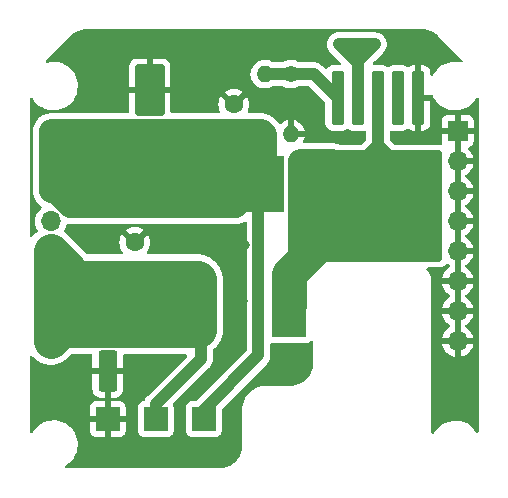
<source format=gbr>
%TF.GenerationSoftware,KiCad,Pcbnew,7.0.11*%
%TF.CreationDate,2025-01-11T05:46:01+09:00*%
%TF.ProjectId,VoltageBooster,566f6c74-6167-4654-926f-6f737465722e,rev?*%
%TF.SameCoordinates,Original*%
%TF.FileFunction,Copper,L1,Top*%
%TF.FilePolarity,Positive*%
%FSLAX46Y46*%
G04 Gerber Fmt 4.6, Leading zero omitted, Abs format (unit mm)*
G04 Created by KiCad (PCBNEW 7.0.11) date 2025-01-11 05:46:01*
%MOMM*%
%LPD*%
G01*
G04 APERTURE LIST*
G04 Aperture macros list*
%AMRoundRect*
0 Rectangle with rounded corners*
0 $1 Rounding radius*
0 $2 $3 $4 $5 $6 $7 $8 $9 X,Y pos of 4 corners*
0 Add a 4 corners polygon primitive as box body*
4,1,4,$2,$3,$4,$5,$6,$7,$8,$9,$2,$3,0*
0 Add four circle primitives for the rounded corners*
1,1,$1+$1,$2,$3*
1,1,$1+$1,$4,$5*
1,1,$1+$1,$6,$7*
1,1,$1+$1,$8,$9*
0 Add four rect primitives between the rounded corners*
20,1,$1+$1,$2,$3,$4,$5,0*
20,1,$1+$1,$4,$5,$6,$7,0*
20,1,$1+$1,$6,$7,$8,$9,0*
20,1,$1+$1,$8,$9,$2,$3,0*%
G04 Aperture macros list end*
%TA.AperFunction,SMDPad,CuDef*%
%ADD10R,2.000000X2.000000*%
%TD*%
%TA.AperFunction,SMDPad,CuDef*%
%ADD11RoundRect,0.162500X0.437500X0.162500X-0.437500X0.162500X-0.437500X-0.162500X0.437500X-0.162500X0*%
%TD*%
%TA.AperFunction,SMDPad,CuDef*%
%ADD12R,4.500000X4.700000*%
%TD*%
%TA.AperFunction,SMDPad,CuDef*%
%ADD13RoundRect,0.175000X0.325000X0.175000X-0.325000X0.175000X-0.325000X-0.175000X0.325000X-0.175000X0*%
%TD*%
%TA.AperFunction,SMDPad,CuDef*%
%ADD14RoundRect,0.250000X-0.300000X2.050000X-0.300000X-2.050000X0.300000X-2.050000X0.300000X2.050000X0*%
%TD*%
%TA.AperFunction,SMDPad,CuDef*%
%ADD15RoundRect,0.250000X-2.375000X2.025000X-2.375000X-2.025000X2.375000X-2.025000X2.375000X2.025000X0*%
%TD*%
%TA.AperFunction,SMDPad,CuDef*%
%ADD16RoundRect,0.250002X-5.149998X4.449998X-5.149998X-4.449998X5.149998X-4.449998X5.149998X4.449998X0*%
%TD*%
%TA.AperFunction,SMDPad,CuDef*%
%ADD17RoundRect,0.250000X-0.550000X1.500000X-0.550000X-1.500000X0.550000X-1.500000X0.550000X1.500000X0*%
%TD*%
%TA.AperFunction,SMDPad,CuDef*%
%ADD18R,2.900000X5.400000*%
%TD*%
%TA.AperFunction,ComponentPad*%
%ADD19C,1.400000*%
%TD*%
%TA.AperFunction,ComponentPad*%
%ADD20O,1.400000X1.400000*%
%TD*%
%TA.AperFunction,SMDPad,CuDef*%
%ADD21RoundRect,0.250000X1.000000X-1.950000X1.000000X1.950000X-1.000000X1.950000X-1.000000X-1.950000X0*%
%TD*%
%TA.AperFunction,ComponentPad*%
%ADD22R,1.700000X1.700000*%
%TD*%
%TA.AperFunction,ComponentPad*%
%ADD23O,1.700000X1.700000*%
%TD*%
%TA.AperFunction,ComponentPad*%
%ADD24C,1.600000*%
%TD*%
%TA.AperFunction,ViaPad*%
%ADD25C,0.800000*%
%TD*%
%TA.AperFunction,Conductor*%
%ADD26C,1.000000*%
%TD*%
%TA.AperFunction,Conductor*%
%ADD27C,3.000000*%
%TD*%
%TA.AperFunction,Conductor*%
%ADD28C,2.000000*%
%TD*%
G04 APERTURE END LIST*
D10*
%TO.P,REF\u002A\u002A,1*%
%TO.N,+48V*%
X148082000Y-114554000D03*
%TD*%
%TO.P,REF\u002A\u002A,1*%
%TO.N,+12V*%
X144018000Y-114554000D03*
%TD*%
%TO.P,REF\u002A\u002A,1*%
%TO.N,GND*%
X139954000Y-114554000D03*
%TD*%
D11*
%TO.P,D1,2,A*%
%TO.N,Net-(D1-A)*%
X156210000Y-96520000D03*
X156210000Y-95250000D03*
X156210000Y-93980000D03*
X156210000Y-92710000D03*
D12*
%TO.P,D1,1,K*%
%TO.N,+48V*%
X152710000Y-94615000D03*
D13*
X150460000Y-96610000D03*
X150460000Y-95280000D03*
X150460000Y-93950000D03*
X150460000Y-92620000D03*
%TD*%
D14*
%TO.P,VR1,1,GND*%
%TO.N,GND*%
X166214000Y-87370000D03*
%TO.P,VR1,2,EN*%
%TO.N,unconnected-(VR1-EN-Pad2)*%
X164514000Y-87370000D03*
%TO.P,VR1,3,SW*%
%TO.N,Net-(D1-A)*%
X162814000Y-87370000D03*
D15*
X165589000Y-94095000D03*
X160039000Y-94095000D03*
D16*
X162814000Y-96520000D03*
D15*
X165589000Y-98945000D03*
X160039000Y-98945000D03*
D14*
%TO.P,VR1,4,VIN*%
%TO.N,+12V*%
X161114000Y-87370000D03*
%TO.P,VR1,5,FB*%
%TO.N,Net-(VR1-FB)*%
X159414000Y-87370000D03*
%TD*%
D17*
%TO.P,C1,1*%
%TO.N,+12V*%
X139954000Y-104896000D03*
%TO.P,C1,2*%
%TO.N,GND*%
X139954000Y-110496000D03*
%TD*%
D18*
%TO.P,L1,1,1*%
%TO.N,+12V*%
X145418000Y-104902000D03*
%TO.P,L1,2,2*%
%TO.N,Net-(D1-A)*%
X155318000Y-104902000D03*
%TD*%
D19*
%TO.P,R2,1*%
%TO.N,Net-(VR1-FB)*%
X155448000Y-85344000D03*
D20*
%TO.P,R2,2*%
%TO.N,GND*%
X155448000Y-90424000D03*
%TD*%
D21*
%TO.P,C4,1*%
%TO.N,+48V*%
X143510000Y-95132000D03*
%TO.P,C4,2*%
%TO.N,GND*%
X143510000Y-86732000D03*
%TD*%
D22*
%TO.P,J2,1,Pin_1*%
%TO.N,+12V*%
X135128000Y-107950000D03*
D23*
%TO.P,J2,2,Pin_2*%
X135128000Y-105410000D03*
%TO.P,J2,3,Pin_3*%
X135128000Y-102870000D03*
%TO.P,J2,4,Pin_4*%
X135128000Y-100330000D03*
%TO.P,J2,5,Pin_5*%
%TO.N,unconnected-(J2-Pin_5-Pad5)*%
X135128000Y-97790000D03*
%TO.P,J2,6,Pin_6*%
%TO.N,+48V*%
X135128000Y-95250000D03*
%TO.P,J2,7,Pin_7*%
X135128000Y-92710000D03*
%TO.P,J2,8,Pin_8*%
X135128000Y-90170000D03*
%TD*%
D24*
%TO.P,C3,1*%
%TO.N,+48V*%
X150622000Y-90404000D03*
%TO.P,C3,2*%
%TO.N,GND*%
X150622000Y-87904000D03*
%TD*%
D22*
%TO.P,J1,1,Pin_1*%
%TO.N,GND*%
X169570000Y-90170000D03*
D23*
%TO.P,J1,2,Pin_2*%
X169570000Y-92710000D03*
%TO.P,J1,3,Pin_3*%
X169570000Y-95250000D03*
%TO.P,J1,4,Pin_4*%
X169570000Y-97790000D03*
%TO.P,J1,5,Pin_5*%
X169570000Y-100330000D03*
%TO.P,J1,6,Pin_6*%
X169570000Y-102870000D03*
%TO.P,J1,7,Pin_7*%
X169570000Y-105410000D03*
%TO.P,J1,8,Pin_8*%
X169570000Y-107950000D03*
%TD*%
D24*
%TO.P,C2,1*%
%TO.N,+12V*%
X142240000Y-102088000D03*
%TO.P,C2,2*%
%TO.N,GND*%
X142240000Y-99588000D03*
%TD*%
D19*
%TO.P,R1,1*%
%TO.N,+48V*%
X153238000Y-90429000D03*
D20*
%TO.P,R1,2*%
%TO.N,Net-(VR1-FB)*%
X153238000Y-85349000D03*
%TD*%
D25*
%TO.N,GND*%
X147066000Y-112522000D03*
X141986000Y-112522000D03*
X169310000Y-111980000D03*
X170670000Y-110020000D03*
X170760000Y-114310000D03*
X167890000Y-114290000D03*
X167900000Y-109260000D03*
X167770000Y-102190000D03*
X164230000Y-84090000D03*
X164460000Y-82140000D03*
X168630000Y-83710000D03*
X170860000Y-88460000D03*
X167790000Y-88670000D03*
X167560000Y-90700000D03*
X164440000Y-90710000D03*
X157820000Y-87990000D03*
X157260000Y-90440000D03*
X161130000Y-90730000D03*
X155420000Y-87820000D03*
X153210000Y-87810000D03*
X151340000Y-86000000D03*
X143530000Y-83230000D03*
X140890000Y-86760000D03*
X137710000Y-88100000D03*
X137970000Y-82930000D03*
X148990000Y-82210000D03*
X145780000Y-88030000D03*
X145000000Y-99320000D03*
X140180000Y-99430000D03*
X137200000Y-98610000D03*
X145542000Y-109728000D03*
X150114000Y-109590000D03*
X149880000Y-98540000D03*
X151420000Y-104570000D03*
X151560000Y-99780000D03*
X155370000Y-109760000D03*
X150622000Y-114554000D03*
X138040000Y-118030000D03*
X141900000Y-109590000D03*
X138030000Y-109690000D03*
X133940000Y-110310000D03*
%TO.N,+12V*%
X161074000Y-82804000D03*
X162560000Y-82804000D03*
X147828000Y-105410000D03*
X147828000Y-103886000D03*
X147828000Y-102362000D03*
X147828000Y-107188000D03*
X159512000Y-82804000D03*
%TD*%
D26*
%TO.N,+48V*%
X148082000Y-114554000D02*
X148082000Y-113792000D01*
X148082000Y-113792000D02*
X152710000Y-109164000D01*
X152710000Y-109164000D02*
X152710000Y-94615000D01*
%TO.N,+12V*%
X144018000Y-114554000D02*
X144018000Y-113284000D01*
X144018000Y-113284000D02*
X147828000Y-109474000D01*
X147828000Y-109474000D02*
X147828000Y-107188000D01*
X161114000Y-84250000D02*
X161798000Y-83566000D01*
X161798000Y-83566000D02*
X162560000Y-82804000D01*
X159512000Y-82804000D02*
X160274000Y-83566000D01*
X160274000Y-83566000D02*
X161798000Y-83566000D01*
X159512000Y-82804000D02*
X162560000Y-82804000D01*
X161114000Y-87370000D02*
X161114000Y-84250000D01*
X159512000Y-82804000D02*
X161114000Y-84406000D01*
X161114000Y-84406000D02*
X161114000Y-87370000D01*
D27*
X137384000Y-102596000D02*
X147554000Y-102596000D01*
X135128000Y-100340000D02*
X137384000Y-102596000D01*
X147554000Y-102596000D02*
X147686000Y-102728000D01*
X147686000Y-102728000D02*
X147686000Y-107046000D01*
X135128000Y-102870000D02*
X135128000Y-100340000D01*
X147686000Y-107046000D02*
X136032000Y-107046000D01*
X136032000Y-107046000D02*
X135128000Y-107950000D01*
D28*
%TO.N,+48V*%
X135128000Y-95250000D02*
X137758000Y-92620000D01*
X137758000Y-92620000D02*
X150460000Y-92620000D01*
X135128000Y-93980000D02*
X135128000Y-90170000D01*
X135128000Y-93980000D02*
X135763000Y-94615000D01*
X135128000Y-95250000D02*
X135128000Y-93980000D01*
X135763000Y-94615000D02*
X152710000Y-94615000D01*
X136144000Y-91694000D02*
X151638000Y-91694000D01*
X135128000Y-92710000D02*
X136144000Y-91694000D01*
X151638000Y-91694000D02*
X151638000Y-93543000D01*
X151638000Y-93543000D02*
X152710000Y-94615000D01*
X152710000Y-94615000D02*
X153238000Y-94087000D01*
X153238000Y-94087000D02*
X153238000Y-90429000D01*
X135128000Y-90170000D02*
X152979000Y-90170000D01*
X152979000Y-90170000D02*
X153238000Y-90429000D01*
X135128000Y-95250000D02*
X135487138Y-95250000D01*
X135487138Y-95250000D02*
X136757138Y-96520000D01*
X136757138Y-96520000D02*
X150805000Y-96520000D01*
X150805000Y-96520000D02*
X152710000Y-94615000D01*
D26*
X150460000Y-96610000D02*
X150460000Y-90566000D01*
X150460000Y-90566000D02*
X150622000Y-90404000D01*
X153238000Y-90429000D02*
X150647000Y-90429000D01*
X150647000Y-90429000D02*
X150622000Y-90404000D01*
%TO.N,Net-(VR1-FB)*%
X155448000Y-85344000D02*
X157388000Y-85344000D01*
X157388000Y-85344000D02*
X159414000Y-87370000D01*
X153238000Y-85349000D02*
X155443000Y-85349000D01*
X155443000Y-85349000D02*
X155448000Y-85344000D01*
%TO.N,Net-(D1-A)*%
X162814000Y-91320000D02*
X165589000Y-94095000D01*
X162814000Y-87370000D02*
X162814000Y-91320000D01*
X162814000Y-91320000D02*
X160039000Y-94095000D01*
D28*
X157226000Y-92710000D02*
X159004000Y-92710000D01*
X156210000Y-92710000D02*
X157226000Y-92710000D01*
X157480000Y-92964000D02*
X157480000Y-97028000D01*
X157226000Y-92710000D02*
X157480000Y-92964000D01*
D27*
X160039000Y-98945000D02*
X160039000Y-94095000D01*
D28*
X157480000Y-97028000D02*
X156210000Y-98298000D01*
X156210000Y-98298000D02*
X156210000Y-100953717D01*
X156210000Y-100953717D02*
X156406139Y-101149856D01*
X159004000Y-92710000D02*
X162814000Y-96520000D01*
X156210000Y-96520000D02*
X156210000Y-101346005D01*
X156210000Y-101346005D02*
X155318000Y-102238005D01*
X156210000Y-92710000D02*
X156210000Y-96520000D01*
D27*
X155318000Y-104902000D02*
X155318000Y-102238005D01*
X155318000Y-102238005D02*
X156406119Y-101149886D01*
X156406119Y-101149886D02*
X156406139Y-101149856D01*
X156406139Y-101149856D02*
X158610995Y-98945000D01*
X158610995Y-98945000D02*
X160039000Y-98945000D01*
%TO.N,+12V*%
X137414000Y-105156000D02*
X137668000Y-105156000D01*
X135128000Y-102870000D02*
X137414000Y-105156000D01*
X137668000Y-105156000D02*
X137922000Y-104902000D01*
X137922000Y-104902000D02*
X145418000Y-104902000D01*
X135128000Y-102870000D02*
X135128000Y-107950000D01*
%TD*%
%TA.AperFunction,Conductor*%
%TO.N,GND*%
G36*
X151651646Y-97845664D02*
G01*
X151697850Y-97898075D01*
X151709500Y-97950548D01*
X151709500Y-108698217D01*
X151689815Y-108765256D01*
X151673181Y-108785898D01*
X147441897Y-113017181D01*
X147380574Y-113050666D01*
X147354216Y-113053500D01*
X147034130Y-113053500D01*
X147034123Y-113053501D01*
X146974516Y-113059908D01*
X146839671Y-113110202D01*
X146839664Y-113110206D01*
X146724455Y-113196452D01*
X146724452Y-113196455D01*
X146638206Y-113311664D01*
X146638202Y-113311671D01*
X146587908Y-113446517D01*
X146583859Y-113484184D01*
X146581501Y-113506123D01*
X146581500Y-113506135D01*
X146581500Y-115601870D01*
X146581501Y-115601876D01*
X146587908Y-115661483D01*
X146638202Y-115796328D01*
X146638206Y-115796335D01*
X146724452Y-115911544D01*
X146724455Y-115911547D01*
X146839664Y-115997793D01*
X146839671Y-115997797D01*
X146974517Y-116048091D01*
X146974516Y-116048091D01*
X146981444Y-116048835D01*
X147034127Y-116054500D01*
X149129872Y-116054499D01*
X149189483Y-116048091D01*
X149324331Y-115997796D01*
X149439546Y-115911546D01*
X149525796Y-115796331D01*
X149576091Y-115661483D01*
X149582500Y-115601873D01*
X149582499Y-113757781D01*
X149602184Y-113690743D01*
X149618813Y-113670106D01*
X153407409Y-109881510D01*
X153409578Y-109879395D01*
X153473053Y-109819059D01*
X153506750Y-109770644D01*
X153512417Y-109763126D01*
X153549698Y-109717407D01*
X153563788Y-109690430D01*
X153571909Y-109677026D01*
X153589295Y-109652049D01*
X153612563Y-109597825D01*
X153616582Y-109589361D01*
X153643909Y-109537049D01*
X153652275Y-109507808D01*
X153657544Y-109493009D01*
X153669246Y-109465743D01*
X153669540Y-109465058D01*
X153681421Y-109407238D01*
X153683650Y-109398155D01*
X153699886Y-109341418D01*
X153702196Y-109311080D01*
X153704376Y-109295540D01*
X153710500Y-109265743D01*
X153710500Y-109206754D01*
X153710858Y-109197339D01*
X153712674Y-109173488D01*
X153715337Y-109138524D01*
X153711493Y-109108339D01*
X153710500Y-109092675D01*
X153710500Y-108226499D01*
X153730185Y-108159460D01*
X153782989Y-108113705D01*
X153834495Y-108102499D01*
X156815872Y-108102499D01*
X156875483Y-108096091D01*
X157010331Y-108045796D01*
X157125546Y-107959546D01*
X157126233Y-107958628D01*
X157127150Y-107957941D01*
X157131817Y-107953275D01*
X157132487Y-107953945D01*
X157182165Y-107916757D01*
X157251856Y-107911771D01*
X157313180Y-107945255D01*
X157346666Y-108006578D01*
X157349500Y-108032938D01*
X157349500Y-109736377D01*
X157349480Y-109738605D01*
X157349402Y-109742946D01*
X157349244Y-109747351D01*
X157348783Y-109755957D01*
X157348696Y-109757433D01*
X157344039Y-109828491D01*
X157343988Y-109829226D01*
X157334906Y-109956242D01*
X157334512Y-109960650D01*
X157327592Y-110025030D01*
X157326332Y-110033794D01*
X157320982Y-110063448D01*
X157320570Y-110065622D01*
X157307071Y-110133491D01*
X157306620Y-110135657D01*
X157284662Y-110236604D01*
X157283643Y-110240914D01*
X157269309Y-110297075D01*
X157266581Y-110306266D01*
X157233797Y-110402848D01*
X157232560Y-110406323D01*
X157195039Y-110506926D01*
X157193418Y-110511045D01*
X157176363Y-110552221D01*
X157173014Y-110559613D01*
X157125571Y-110655820D01*
X157123191Y-110660402D01*
X157067853Y-110761750D01*
X157065660Y-110765602D01*
X157050252Y-110791569D01*
X157046715Y-110797182D01*
X156984395Y-110890452D01*
X156980560Y-110895871D01*
X156905699Y-110995877D01*
X156902981Y-110999376D01*
X156894225Y-111010241D01*
X156890904Y-111014191D01*
X156812878Y-111103164D01*
X156807331Y-111109086D01*
X156713911Y-111202508D01*
X156707989Y-111208056D01*
X156619021Y-111286080D01*
X156615068Y-111289403D01*
X156604189Y-111298170D01*
X156600692Y-111300886D01*
X156500696Y-111375742D01*
X156495277Y-111379577D01*
X156402014Y-111441894D01*
X156396399Y-111445432D01*
X156370403Y-111460857D01*
X156366555Y-111463049D01*
X156265231Y-111518377D01*
X156260648Y-111520757D01*
X156164463Y-111568191D01*
X156157070Y-111571540D01*
X156115859Y-111588610D01*
X156111741Y-111590231D01*
X156011139Y-111627754D01*
X156007664Y-111628991D01*
X155911104Y-111661769D01*
X155901912Y-111664498D01*
X155845714Y-111678842D01*
X155841405Y-111679860D01*
X155740484Y-111701814D01*
X155738319Y-111702265D01*
X155670645Y-111715727D01*
X155668467Y-111716140D01*
X155638635Y-111721522D01*
X155629864Y-111722783D01*
X155565434Y-111729704D01*
X155561022Y-111730098D01*
X155430177Y-111739441D01*
X155429454Y-111739491D01*
X155364666Y-111743737D01*
X155363195Y-111743824D01*
X155352190Y-111744414D01*
X155347775Y-111744572D01*
X155345708Y-111744609D01*
X155343508Y-111744648D01*
X155341314Y-111744668D01*
X153337959Y-111744668D01*
X153337632Y-111744700D01*
X153218882Y-111744700D01*
X153218876Y-111744700D01*
X153218872Y-111744701D01*
X152958898Y-111778927D01*
X152958891Y-111778928D01*
X152958888Y-111778929D01*
X152705587Y-111846800D01*
X152705577Y-111846803D01*
X152463318Y-111947150D01*
X152463313Y-111947152D01*
X152236211Y-112078267D01*
X152236207Y-112078270D01*
X152028162Y-112237906D01*
X152028155Y-112237912D01*
X151842733Y-112423330D01*
X151842726Y-112423339D01*
X151683090Y-112631377D01*
X151683086Y-112631383D01*
X151572254Y-112823345D01*
X151554273Y-112854490D01*
X151551966Y-112858485D01*
X151551960Y-112858495D01*
X151451611Y-113100752D01*
X151451607Y-113100761D01*
X151383737Y-113354046D01*
X151383734Y-113354062D01*
X151349502Y-113614042D01*
X151349501Y-113614055D01*
X151349500Y-113745069D01*
X151349500Y-116723792D01*
X151349480Y-116726026D01*
X151349402Y-116730354D01*
X151349244Y-116734763D01*
X151348781Y-116743393D01*
X151348694Y-116744859D01*
X151344032Y-116815998D01*
X151343981Y-116816734D01*
X151334905Y-116943653D01*
X151334511Y-116948061D01*
X151327589Y-117012455D01*
X151326328Y-117021221D01*
X151320990Y-117050804D01*
X151320579Y-117052975D01*
X151307059Y-117120949D01*
X151306608Y-117123115D01*
X151284662Y-117224007D01*
X151283643Y-117228319D01*
X151269308Y-117284479D01*
X151266580Y-117293668D01*
X151233789Y-117390270D01*
X151232551Y-117393746D01*
X151195040Y-117494319D01*
X151193420Y-117498436D01*
X151176353Y-117539642D01*
X151173003Y-117547036D01*
X151125567Y-117643226D01*
X151123188Y-117647807D01*
X151067862Y-117749134D01*
X151065669Y-117752986D01*
X151050249Y-117778973D01*
X151046712Y-117784586D01*
X150984389Y-117877861D01*
X150980554Y-117883281D01*
X150905705Y-117983269D01*
X150902987Y-117986768D01*
X150894206Y-117997664D01*
X150890885Y-118001613D01*
X150812877Y-118090565D01*
X150807330Y-118096488D01*
X150713901Y-118189918D01*
X150707978Y-118195465D01*
X150619015Y-118273484D01*
X150615066Y-118276804D01*
X150604184Y-118285574D01*
X150600684Y-118288293D01*
X150500688Y-118363149D01*
X150495269Y-118366984D01*
X150402001Y-118429304D01*
X150396386Y-118432842D01*
X150370422Y-118448248D01*
X150366572Y-118450441D01*
X150265216Y-118505784D01*
X150260634Y-118508163D01*
X150164456Y-118555593D01*
X150157068Y-118558941D01*
X150115863Y-118576010D01*
X150111741Y-118577632D01*
X150011146Y-118615152D01*
X150007671Y-118616389D01*
X149911102Y-118649170D01*
X149901910Y-118651899D01*
X149845712Y-118666243D01*
X149841403Y-118667261D01*
X149740518Y-118689207D01*
X149738352Y-118689658D01*
X149670555Y-118703144D01*
X149668379Y-118703557D01*
X149638625Y-118708925D01*
X149629859Y-118710185D01*
X149565477Y-118717104D01*
X149561066Y-118717499D01*
X149432111Y-118726715D01*
X149431381Y-118726765D01*
X149363449Y-118731217D01*
X149361979Y-118731304D01*
X149352187Y-118731829D01*
X149347775Y-118731987D01*
X149345680Y-118732024D01*
X149343456Y-118732064D01*
X149341261Y-118732084D01*
X136440835Y-118732084D01*
X136373796Y-118712399D01*
X136328041Y-118659595D01*
X136318097Y-118590437D01*
X136347122Y-118526881D01*
X136382621Y-118498598D01*
X136420358Y-118478532D01*
X136449253Y-118463169D01*
X136681254Y-118294610D01*
X136887539Y-118095403D01*
X137064093Y-117869425D01*
X137207477Y-117621075D01*
X137314903Y-117355187D01*
X137384279Y-117076935D01*
X137414255Y-116791736D01*
X137412265Y-116734763D01*
X137404247Y-116505144D01*
X137404246Y-116505137D01*
X137354450Y-116222728D01*
X137265833Y-115949994D01*
X137265831Y-115949989D01*
X137140125Y-115692254D01*
X137140123Y-115692251D01*
X137140121Y-115692247D01*
X136979762Y-115454504D01*
X136805883Y-115261392D01*
X136787879Y-115241396D01*
X136787872Y-115241389D01*
X136568202Y-115057063D01*
X136325006Y-114905097D01*
X136325004Y-114905096D01*
X136097942Y-114804000D01*
X138454000Y-114804000D01*
X138454000Y-115601844D01*
X138460401Y-115661372D01*
X138460403Y-115661379D01*
X138510645Y-115796086D01*
X138510649Y-115796093D01*
X138596809Y-115911187D01*
X138596812Y-115911190D01*
X138711906Y-115997350D01*
X138711913Y-115997354D01*
X138846620Y-116047596D01*
X138846627Y-116047598D01*
X138906155Y-116053999D01*
X138906172Y-116054000D01*
X139704000Y-116054000D01*
X139704000Y-114804000D01*
X140204000Y-114804000D01*
X140204000Y-116054000D01*
X141001828Y-116054000D01*
X141001844Y-116053999D01*
X141061372Y-116047598D01*
X141061379Y-116047596D01*
X141196086Y-115997354D01*
X141196093Y-115997350D01*
X141311187Y-115911190D01*
X141311190Y-115911187D01*
X141397350Y-115796093D01*
X141397354Y-115796086D01*
X141447596Y-115661379D01*
X141447598Y-115661372D01*
X141453999Y-115601844D01*
X141454000Y-115601827D01*
X141454000Y-114804000D01*
X140204000Y-114804000D01*
X139704000Y-114804000D01*
X138454000Y-114804000D01*
X136097942Y-114804000D01*
X136063037Y-114788459D01*
X136063027Y-114788456D01*
X136063025Y-114788455D01*
X135787364Y-114709411D01*
X135787362Y-114709410D01*
X135787353Y-114709408D01*
X135503389Y-114669500D01*
X135503385Y-114669500D01*
X135288396Y-114669500D01*
X135288383Y-114669500D01*
X135073925Y-114684497D01*
X135073921Y-114684497D01*
X134793427Y-114744119D01*
X134523954Y-114842199D01*
X134270752Y-114976827D01*
X134270745Y-114976832D01*
X134038753Y-115145383D01*
X134038746Y-115145389D01*
X133832459Y-115344599D01*
X133655907Y-115570574D01*
X133581887Y-115698782D01*
X133531320Y-115746997D01*
X133462713Y-115760221D01*
X133397849Y-115734253D01*
X133357320Y-115677339D01*
X133350500Y-115636782D01*
X133350500Y-114304000D01*
X138454000Y-114304000D01*
X139704000Y-114304000D01*
X139704000Y-113054000D01*
X140204000Y-113054000D01*
X140204000Y-114304000D01*
X141454000Y-114304000D01*
X141454000Y-113506172D01*
X141453999Y-113506155D01*
X141447598Y-113446627D01*
X141447596Y-113446620D01*
X141397354Y-113311913D01*
X141397350Y-113311906D01*
X141311190Y-113196812D01*
X141311187Y-113196809D01*
X141196093Y-113110649D01*
X141196086Y-113110645D01*
X141061379Y-113060403D01*
X141061372Y-113060401D01*
X141001844Y-113054000D01*
X140204000Y-113054000D01*
X139704000Y-113054000D01*
X138906155Y-113054000D01*
X138846627Y-113060401D01*
X138846620Y-113060403D01*
X138711913Y-113110645D01*
X138711906Y-113110649D01*
X138596812Y-113196809D01*
X138596809Y-113196812D01*
X138510649Y-113311906D01*
X138510645Y-113311913D01*
X138460403Y-113446620D01*
X138460401Y-113446627D01*
X138454000Y-113506155D01*
X138454000Y-114304000D01*
X133350500Y-114304000D01*
X133350500Y-110746000D01*
X138654001Y-110746000D01*
X138654001Y-112045986D01*
X138664494Y-112148697D01*
X138719641Y-112315119D01*
X138719643Y-112315124D01*
X138811684Y-112464345D01*
X138935654Y-112588315D01*
X139084875Y-112680356D01*
X139084880Y-112680358D01*
X139251302Y-112735505D01*
X139251309Y-112735506D01*
X139354019Y-112745999D01*
X139703999Y-112745999D01*
X139704000Y-112745998D01*
X139704000Y-110746000D01*
X140204000Y-110746000D01*
X140204000Y-112745999D01*
X140553972Y-112745999D01*
X140553986Y-112745998D01*
X140656697Y-112735505D01*
X140823119Y-112680358D01*
X140823124Y-112680356D01*
X140972345Y-112588315D01*
X141096315Y-112464345D01*
X141188356Y-112315124D01*
X141188358Y-112315119D01*
X141243505Y-112148697D01*
X141243506Y-112148690D01*
X141253999Y-112045986D01*
X141254000Y-112045973D01*
X141254000Y-110746000D01*
X140204000Y-110746000D01*
X139704000Y-110746000D01*
X138654001Y-110746000D01*
X133350500Y-110746000D01*
X133350500Y-109286282D01*
X133370185Y-109219243D01*
X133422989Y-109173488D01*
X133492147Y-109163544D01*
X133555703Y-109192569D01*
X133573760Y-109211964D01*
X133612261Y-109263395D01*
X133612267Y-109263401D01*
X133612272Y-109263407D01*
X133659776Y-109310910D01*
X133665809Y-109317389D01*
X133709819Y-109368180D01*
X133760609Y-109412189D01*
X133767088Y-109418222D01*
X133814596Y-109465731D01*
X133814612Y-109465745D01*
X133868404Y-109506013D01*
X133875297Y-109511567D01*
X133926083Y-109555574D01*
X133982621Y-109591909D01*
X133989891Y-109596957D01*
X134043682Y-109637224D01*
X134043685Y-109637226D01*
X134102667Y-109669432D01*
X134110272Y-109673945D01*
X134166808Y-109710279D01*
X134166819Y-109710285D01*
X134227944Y-109738200D01*
X134235860Y-109742161D01*
X134294839Y-109774367D01*
X134294846Y-109774369D01*
X134294847Y-109774370D01*
X134357806Y-109797852D01*
X134365975Y-109801235D01*
X134385699Y-109810243D01*
X134427114Y-109829157D01*
X134447750Y-109835215D01*
X134491594Y-109848089D01*
X134499969Y-109850876D01*
X134562954Y-109874369D01*
X134571781Y-109876289D01*
X134628635Y-109888657D01*
X134637210Y-109890845D01*
X134701678Y-109909775D01*
X134768193Y-109919338D01*
X134776871Y-109920903D01*
X134842572Y-109935196D01*
X134909615Y-109939990D01*
X134918384Y-109940933D01*
X134984921Y-109950500D01*
X135052124Y-109950500D01*
X135060970Y-109950816D01*
X135127999Y-109955610D01*
X135128000Y-109955610D01*
X135128001Y-109955610D01*
X135195030Y-109950816D01*
X135203876Y-109950500D01*
X135271076Y-109950500D01*
X135271079Y-109950500D01*
X135337614Y-109940933D01*
X135346385Y-109939990D01*
X135413428Y-109935196D01*
X135479127Y-109920903D01*
X135487805Y-109919338D01*
X135554322Y-109909775D01*
X135601369Y-109895959D01*
X135618786Y-109890846D01*
X135627351Y-109888658D01*
X135693046Y-109874369D01*
X135756030Y-109850876D01*
X135764395Y-109848092D01*
X135828888Y-109829156D01*
X135890047Y-109801224D01*
X135898156Y-109797865D01*
X135961161Y-109774367D01*
X136020150Y-109742155D01*
X136028041Y-109738205D01*
X136089187Y-109710282D01*
X136145738Y-109673937D01*
X136153321Y-109669437D01*
X136212315Y-109637226D01*
X136266114Y-109596950D01*
X136273377Y-109591909D01*
X136329917Y-109555574D01*
X136380710Y-109511560D01*
X136387596Y-109506012D01*
X136404966Y-109493009D01*
X136441395Y-109465739D01*
X136643739Y-109263395D01*
X136824315Y-109082819D01*
X136885638Y-109049334D01*
X136911996Y-109046500D01*
X138530000Y-109046500D01*
X138597039Y-109066185D01*
X138642794Y-109118989D01*
X138654000Y-109170500D01*
X138654000Y-110246000D01*
X141253999Y-110246000D01*
X141253999Y-109170500D01*
X141273684Y-109103461D01*
X141326488Y-109057706D01*
X141377999Y-109046500D01*
X146541218Y-109046500D01*
X146608257Y-109066185D01*
X146654012Y-109118989D01*
X146663956Y-109188147D01*
X146634931Y-109251703D01*
X146628899Y-109258181D01*
X143320646Y-112566432D01*
X143318399Y-112568624D01*
X143254946Y-112628942D01*
X143221245Y-112677361D01*
X143215574Y-112684882D01*
X143178302Y-112730592D01*
X143178298Y-112730598D01*
X143164209Y-112757568D01*
X143156082Y-112770983D01*
X143138702Y-112795955D01*
X143115438Y-112850165D01*
X143111398Y-112858672D01*
X143084090Y-112910951D01*
X143084090Y-112910952D01*
X143075720Y-112940201D01*
X143070458Y-112954981D01*
X143059586Y-112980317D01*
X143015060Y-113034162D01*
X142958888Y-113054709D01*
X142910516Y-113059909D01*
X142775671Y-113110202D01*
X142775664Y-113110206D01*
X142660455Y-113196452D01*
X142660452Y-113196455D01*
X142574206Y-113311664D01*
X142574202Y-113311671D01*
X142523908Y-113446517D01*
X142519859Y-113484184D01*
X142517501Y-113506123D01*
X142517500Y-113506135D01*
X142517500Y-115601870D01*
X142517501Y-115601876D01*
X142523908Y-115661483D01*
X142574202Y-115796328D01*
X142574206Y-115796335D01*
X142660452Y-115911544D01*
X142660455Y-115911547D01*
X142775664Y-115997793D01*
X142775671Y-115997797D01*
X142910517Y-116048091D01*
X142910516Y-116048091D01*
X142917444Y-116048835D01*
X142970127Y-116054500D01*
X145065872Y-116054499D01*
X145125483Y-116048091D01*
X145260331Y-115997796D01*
X145375546Y-115911546D01*
X145461796Y-115796331D01*
X145512091Y-115661483D01*
X145518500Y-115601873D01*
X145518499Y-113506128D01*
X145512091Y-113446517D01*
X145474282Y-113345148D01*
X145469299Y-113275458D01*
X145502782Y-113214137D01*
X148525409Y-110191510D01*
X148527578Y-110189395D01*
X148591053Y-110129059D01*
X148624756Y-110080635D01*
X148630405Y-110073142D01*
X148667698Y-110027407D01*
X148681788Y-110000430D01*
X148689909Y-109987026D01*
X148707295Y-109962049D01*
X148730563Y-109907825D01*
X148734582Y-109899361D01*
X148761909Y-109847049D01*
X148770278Y-109817797D01*
X148775538Y-109803023D01*
X148787540Y-109775058D01*
X148799415Y-109717268D01*
X148801649Y-109708162D01*
X148817887Y-109651418D01*
X148820197Y-109621077D01*
X148822376Y-109605535D01*
X148828500Y-109575741D01*
X148828500Y-109516758D01*
X148828858Y-109507342D01*
X148833337Y-109448526D01*
X148829493Y-109418338D01*
X148828500Y-109402674D01*
X148828500Y-108751738D01*
X148848185Y-108684699D01*
X148878184Y-108652475D01*
X148999395Y-108561739D01*
X149201739Y-108359395D01*
X149373226Y-108130315D01*
X149510367Y-107879161D01*
X149610369Y-107611046D01*
X149671196Y-107331428D01*
X149686500Y-107117448D01*
X149686500Y-107117447D01*
X149691610Y-107046000D01*
X149686816Y-106978970D01*
X149686500Y-106970124D01*
X149686500Y-102584923D01*
X149686500Y-102584921D01*
X149676932Y-102518377D01*
X149675991Y-102509617D01*
X149671196Y-102442572D01*
X149656907Y-102376886D01*
X149655338Y-102368189D01*
X149645775Y-102301680D01*
X149645775Y-102301678D01*
X149629255Y-102245416D01*
X149626843Y-102237202D01*
X149624656Y-102228629D01*
X149610371Y-102162962D01*
X149610371Y-102162961D01*
X149610369Y-102162957D01*
X149610369Y-102162954D01*
X149586877Y-102099972D01*
X149584090Y-102091597D01*
X149567473Y-102035003D01*
X149565158Y-102027117D01*
X149565157Y-102027115D01*
X149565156Y-102027111D01*
X149537230Y-101965963D01*
X149533846Y-101957792D01*
X149527020Y-101939490D01*
X149510367Y-101894839D01*
X149478150Y-101835839D01*
X149474215Y-101827979D01*
X149446282Y-101766813D01*
X149416518Y-101720500D01*
X149409946Y-101710273D01*
X149405429Y-101702660D01*
X149373229Y-101643689D01*
X149373224Y-101643682D01*
X149332948Y-101589879D01*
X149327912Y-101582627D01*
X149291573Y-101526082D01*
X149247561Y-101475289D01*
X149242010Y-101468401D01*
X149214544Y-101431711D01*
X149201739Y-101414605D01*
X149201734Y-101414600D01*
X149201729Y-101414594D01*
X148999395Y-101212261D01*
X148918045Y-101130911D01*
X148867405Y-101080270D01*
X148867399Y-101080265D01*
X148867395Y-101080261D01*
X148813597Y-101039988D01*
X148806706Y-101034434D01*
X148755923Y-100990431D01*
X148755916Y-100990425D01*
X148699374Y-100954088D01*
X148692116Y-100949049D01*
X148638315Y-100908774D01*
X148638310Y-100908771D01*
X148638309Y-100908770D01*
X148579339Y-100876570D01*
X148571726Y-100872053D01*
X148515192Y-100835720D01*
X148515182Y-100835715D01*
X148485027Y-100821944D01*
X148454043Y-100807794D01*
X148446160Y-100803849D01*
X148387161Y-100771633D01*
X148324190Y-100748145D01*
X148316016Y-100744759D01*
X148254891Y-100716845D01*
X148190416Y-100697913D01*
X148182019Y-100695118D01*
X148119048Y-100671631D01*
X148053367Y-100657343D01*
X148044792Y-100655154D01*
X147980331Y-100636227D01*
X147980318Y-100636224D01*
X147913807Y-100626661D01*
X147905096Y-100625089D01*
X147839432Y-100610804D01*
X147772390Y-100606008D01*
X147763594Y-100605062D01*
X147697082Y-100595500D01*
X147697079Y-100595500D01*
X147625448Y-100595500D01*
X143359749Y-100595500D01*
X143292710Y-100575815D01*
X143246955Y-100523011D01*
X143237011Y-100453853D01*
X143258175Y-100400376D01*
X143370129Y-100240489D01*
X143370133Y-100240483D01*
X143466265Y-100034326D01*
X143466269Y-100034317D01*
X143525139Y-99814610D01*
X143525141Y-99814599D01*
X143544966Y-99588002D01*
X143544966Y-99587997D01*
X143525141Y-99361400D01*
X143525139Y-99361389D01*
X143466269Y-99141682D01*
X143466264Y-99141668D01*
X143370136Y-98935521D01*
X143370132Y-98935513D01*
X143319025Y-98862526D01*
X142637953Y-99543597D01*
X142625165Y-99462852D01*
X142567641Y-99349955D01*
X142478045Y-99260359D01*
X142365148Y-99202835D01*
X142284401Y-99190046D01*
X142965472Y-98508974D01*
X142892478Y-98457863D01*
X142686331Y-98361735D01*
X142686317Y-98361730D01*
X142466610Y-98302860D01*
X142466599Y-98302858D01*
X142240002Y-98283034D01*
X142239998Y-98283034D01*
X142013400Y-98302858D01*
X142013389Y-98302860D01*
X141793682Y-98361730D01*
X141793673Y-98361734D01*
X141587516Y-98457866D01*
X141587512Y-98457868D01*
X141514526Y-98508973D01*
X141514526Y-98508974D01*
X142195599Y-99190046D01*
X142114852Y-99202835D01*
X142001955Y-99260359D01*
X141912359Y-99349955D01*
X141854835Y-99462852D01*
X141842046Y-99543598D01*
X141160974Y-98862526D01*
X141160973Y-98862526D01*
X141109868Y-98935512D01*
X141109866Y-98935516D01*
X141013734Y-99141673D01*
X141013730Y-99141682D01*
X140954860Y-99361389D01*
X140954858Y-99361400D01*
X140935034Y-99587997D01*
X140935034Y-99588002D01*
X140954858Y-99814599D01*
X140954860Y-99814610D01*
X141013730Y-100034317D01*
X141013734Y-100034326D01*
X141109866Y-100240483D01*
X141109870Y-100240489D01*
X141221825Y-100400376D01*
X141244153Y-100466582D01*
X141227143Y-100534349D01*
X141176196Y-100582163D01*
X141120251Y-100595500D01*
X138263997Y-100595500D01*
X138196958Y-100575815D01*
X138176316Y-100559181D01*
X136492046Y-98874912D01*
X136492045Y-98874911D01*
X136441405Y-98824270D01*
X136441399Y-98824265D01*
X136441395Y-98824261D01*
X136387596Y-98783987D01*
X136380706Y-98778434D01*
X136329923Y-98734431D01*
X136329916Y-98734425D01*
X136290484Y-98709084D01*
X136244730Y-98656280D01*
X136234786Y-98587122D01*
X136255948Y-98533647D01*
X136302035Y-98467830D01*
X136401903Y-98253663D01*
X136441550Y-98105695D01*
X136477915Y-98046036D01*
X136540761Y-98015506D01*
X136566450Y-98013895D01*
X136570895Y-98014078D01*
X136570901Y-98014080D01*
X136661592Y-98017830D01*
X136666675Y-98018146D01*
X136695071Y-98020500D01*
X136723550Y-98020500D01*
X136728674Y-98020605D01*
X136819359Y-98024357D01*
X136842664Y-98021452D01*
X136858001Y-98020500D01*
X150704136Y-98020500D01*
X150719473Y-98021452D01*
X150742779Y-98024357D01*
X150742779Y-98024356D01*
X150742780Y-98024357D01*
X150833472Y-98020606D01*
X150838596Y-98020500D01*
X150867066Y-98020500D01*
X150867067Y-98020500D01*
X150895444Y-98018147D01*
X150900540Y-98017831D01*
X150991237Y-98014081D01*
X151014227Y-98009259D01*
X151029413Y-98007047D01*
X151052821Y-98005108D01*
X151140848Y-97982815D01*
X151145754Y-97981680D01*
X151234614Y-97963049D01*
X151256486Y-97954513D01*
X151271116Y-97949827D01*
X151293881Y-97944063D01*
X151352025Y-97918558D01*
X151376990Y-97907608D01*
X151381726Y-97905646D01*
X151401129Y-97898075D01*
X151466274Y-97872656D01*
X151486450Y-97860632D01*
X151500114Y-97853599D01*
X151521607Y-97844173D01*
X151521611Y-97844169D01*
X151526118Y-97841732D01*
X151527274Y-97843869D01*
X151584441Y-97826553D01*
X151651646Y-97845664D01*
G37*
%TD.AperFunction*%
%TA.AperFunction,Conductor*%
G36*
X166523836Y-81532220D02*
G01*
X166526530Y-81532352D01*
X166526798Y-81532366D01*
X166574540Y-81535046D01*
X166575126Y-81535082D01*
X166715243Y-81544264D01*
X166719236Y-81544591D01*
X166776578Y-81550238D01*
X166785167Y-81551390D01*
X166859544Y-81564026D01*
X166862824Y-81564630D01*
X166972967Y-81586537D01*
X166976884Y-81587383D01*
X167013789Y-81595988D01*
X167019902Y-81597580D01*
X167103236Y-81621587D01*
X167108720Y-81623306D01*
X167222982Y-81662091D01*
X167226752Y-81663440D01*
X167241358Y-81668937D01*
X167245088Y-81670411D01*
X167326020Y-81703933D01*
X167329703Y-81705530D01*
X167343882Y-81711954D01*
X167347528Y-81713678D01*
X167455719Y-81767029D01*
X167460851Y-81769710D01*
X167533599Y-81809915D01*
X167536748Y-81811655D01*
X167542206Y-81814857D01*
X167574380Y-81834863D01*
X167577743Y-81837032D01*
X167602616Y-81853651D01*
X167657304Y-81890191D01*
X167671074Y-81899391D01*
X167673938Y-81901364D01*
X167735344Y-81944932D01*
X167742262Y-81950215D01*
X167786852Y-81986814D01*
X167789948Y-81989441D01*
X167897016Y-82083353D01*
X167897874Y-82084113D01*
X167928575Y-82111548D01*
X167929152Y-82112066D01*
X167933689Y-82116179D01*
X167938075Y-82120356D01*
X169175128Y-83357409D01*
X169970768Y-84153048D01*
X170004253Y-84214371D01*
X169999269Y-84284063D01*
X169957397Y-84339996D01*
X169891933Y-84364413D01*
X169848909Y-84359926D01*
X169833874Y-84355615D01*
X169777364Y-84339411D01*
X169777360Y-84339410D01*
X169777355Y-84339409D01*
X169493389Y-84299500D01*
X169493385Y-84299500D01*
X169278396Y-84299500D01*
X169278383Y-84299500D01*
X169063925Y-84314497D01*
X169063921Y-84314497D01*
X168783427Y-84374119D01*
X168513954Y-84472199D01*
X168513950Y-84472200D01*
X168513950Y-84472201D01*
X168495143Y-84482201D01*
X168260752Y-84606827D01*
X168260745Y-84606832D01*
X168028753Y-84775383D01*
X168028746Y-84775389D01*
X167822459Y-84974599D01*
X167645907Y-85200574D01*
X167502525Y-85448920D01*
X167500622Y-85452823D01*
X167499458Y-85452255D01*
X167459602Y-85502604D01*
X167393503Y-85525245D01*
X167325656Y-85508555D01*
X167277602Y-85457834D01*
X167263999Y-85401367D01*
X167263999Y-85270028D01*
X167263998Y-85270013D01*
X167253505Y-85167302D01*
X167198358Y-85000880D01*
X167198356Y-85000875D01*
X167106315Y-84851654D01*
X166982345Y-84727684D01*
X166833124Y-84635643D01*
X166833119Y-84635641D01*
X166666697Y-84580494D01*
X166666690Y-84580493D01*
X166563986Y-84570000D01*
X166464000Y-84570000D01*
X166464000Y-87120000D01*
X167265514Y-87120000D01*
X167323495Y-87088339D01*
X167393187Y-87093323D01*
X167449121Y-87135193D01*
X167461305Y-87155146D01*
X167508307Y-87251512D01*
X167569879Y-87377753D01*
X167730238Y-87615496D01*
X167739242Y-87625496D01*
X167922120Y-87828603D01*
X167922127Y-87828610D01*
X168141797Y-88012936D01*
X168141801Y-88012939D01*
X168141803Y-88012940D01*
X168384998Y-88164905D01*
X168504823Y-88218255D01*
X168646962Y-88281540D01*
X168646967Y-88281541D01*
X168646975Y-88281545D01*
X168922636Y-88360589D01*
X168922641Y-88360589D01*
X168922646Y-88360591D01*
X169111955Y-88387196D01*
X169206610Y-88400499D01*
X169206612Y-88400500D01*
X169206615Y-88400500D01*
X169421592Y-88400500D01*
X169421604Y-88400500D01*
X169636071Y-88385503D01*
X169636076Y-88385502D01*
X169636078Y-88385502D01*
X169757663Y-88359657D01*
X169916575Y-88325880D01*
X170186050Y-88227799D01*
X170439253Y-88093169D01*
X170671254Y-87924610D01*
X170877539Y-87725403D01*
X171054093Y-87499425D01*
X171118113Y-87388537D01*
X171168679Y-87340323D01*
X171237286Y-87327099D01*
X171302151Y-87353067D01*
X171342680Y-87409981D01*
X171349500Y-87450538D01*
X171349500Y-115602252D01*
X171329815Y-115669291D01*
X171277011Y-115715046D01*
X171207853Y-115724990D01*
X171144297Y-115695965D01*
X171122699Y-115671592D01*
X171115810Y-115661379D01*
X170989762Y-115474504D01*
X170797875Y-115261392D01*
X170797872Y-115261389D01*
X170578202Y-115077063D01*
X170335006Y-114925097D01*
X170335004Y-114925096D01*
X170073037Y-114808459D01*
X170073027Y-114808456D01*
X170073025Y-114808455D01*
X169797364Y-114729411D01*
X169797362Y-114729410D01*
X169797353Y-114729408D01*
X169513389Y-114689500D01*
X169513385Y-114689500D01*
X169298396Y-114689500D01*
X169298383Y-114689500D01*
X169083925Y-114704497D01*
X169083921Y-114704497D01*
X168803427Y-114764119D01*
X168533954Y-114862199D01*
X168280752Y-114996827D01*
X168280745Y-114996832D01*
X168048753Y-115165383D01*
X168048746Y-115165389D01*
X167842459Y-115364599D01*
X167665907Y-115590574D01*
X167581887Y-115736102D01*
X167531320Y-115784318D01*
X167462713Y-115797541D01*
X167397848Y-115771573D01*
X167357320Y-115714658D01*
X167350500Y-115674102D01*
X167350500Y-102896418D01*
X167352351Y-102890110D01*
X167350537Y-102816195D01*
X167350500Y-102813151D01*
X167350500Y-102796561D01*
X167350533Y-102796445D01*
X167350529Y-102657637D01*
X167350529Y-102657636D01*
X167343892Y-102620000D01*
X167320125Y-102485228D01*
X167260244Y-102320721D01*
X167172707Y-102169110D01*
X167060174Y-102035003D01*
X167050768Y-102027111D01*
X167017171Y-101998920D01*
X166946342Y-101939489D01*
X166907640Y-101881319D01*
X166906530Y-101811458D01*
X166943366Y-101752087D01*
X167006453Y-101722057D01*
X167026044Y-101720499D01*
X168014008Y-101720499D01*
X168116797Y-101709999D01*
X168283334Y-101654814D01*
X168432656Y-101562712D01*
X168556712Y-101438656D01*
X168560996Y-101431709D01*
X168612942Y-101384986D01*
X168681904Y-101373763D01*
X168737658Y-101395233D01*
X168885031Y-101498426D01*
X168928656Y-101553003D01*
X168935848Y-101622501D01*
X168904326Y-101684856D01*
X168885031Y-101701575D01*
X168698922Y-101831890D01*
X168698920Y-101831891D01*
X168531891Y-101998920D01*
X168531886Y-101998926D01*
X168396400Y-102192420D01*
X168396399Y-102192422D01*
X168296570Y-102406507D01*
X168296567Y-102406513D01*
X168239364Y-102619999D01*
X168239364Y-102620000D01*
X169136314Y-102620000D01*
X169110507Y-102660156D01*
X169070000Y-102798111D01*
X169070000Y-102941889D01*
X169110507Y-103079844D01*
X169136314Y-103120000D01*
X168239364Y-103120000D01*
X168296567Y-103333486D01*
X168296570Y-103333492D01*
X168396399Y-103547578D01*
X168531894Y-103741082D01*
X168698917Y-103908105D01*
X168885031Y-104038425D01*
X168928656Y-104093003D01*
X168935848Y-104162501D01*
X168904326Y-104224856D01*
X168885031Y-104241575D01*
X168698922Y-104371890D01*
X168698920Y-104371891D01*
X168531891Y-104538920D01*
X168531886Y-104538926D01*
X168396400Y-104732420D01*
X168396399Y-104732422D01*
X168296570Y-104946507D01*
X168296567Y-104946513D01*
X168239364Y-105159999D01*
X168239364Y-105160000D01*
X169136314Y-105160000D01*
X169110507Y-105200156D01*
X169070000Y-105338111D01*
X169070000Y-105481889D01*
X169110507Y-105619844D01*
X169136314Y-105660000D01*
X168239364Y-105660000D01*
X168296567Y-105873486D01*
X168296570Y-105873492D01*
X168396399Y-106087578D01*
X168531894Y-106281082D01*
X168698917Y-106448105D01*
X168885031Y-106578425D01*
X168928656Y-106633003D01*
X168935848Y-106702501D01*
X168904326Y-106764856D01*
X168885031Y-106781575D01*
X168698922Y-106911890D01*
X168698920Y-106911891D01*
X168531891Y-107078920D01*
X168531886Y-107078926D01*
X168396400Y-107272420D01*
X168396399Y-107272422D01*
X168296570Y-107486507D01*
X168296567Y-107486513D01*
X168239364Y-107699999D01*
X168239364Y-107700000D01*
X169136314Y-107700000D01*
X169110507Y-107740156D01*
X169070000Y-107878111D01*
X169070000Y-108021889D01*
X169110507Y-108159844D01*
X169136314Y-108200000D01*
X168239364Y-108200000D01*
X168296567Y-108413486D01*
X168296570Y-108413492D01*
X168396399Y-108627578D01*
X168531894Y-108821082D01*
X168698917Y-108988105D01*
X168892421Y-109123600D01*
X169106507Y-109223429D01*
X169106516Y-109223433D01*
X169320000Y-109280634D01*
X169320000Y-108385501D01*
X169427685Y-108434680D01*
X169534237Y-108450000D01*
X169605763Y-108450000D01*
X169712315Y-108434680D01*
X169820000Y-108385501D01*
X169820000Y-109280633D01*
X170033483Y-109223433D01*
X170033492Y-109223429D01*
X170247578Y-109123600D01*
X170441082Y-108988105D01*
X170608105Y-108821082D01*
X170743600Y-108627578D01*
X170843429Y-108413492D01*
X170843432Y-108413486D01*
X170900636Y-108200000D01*
X170003686Y-108200000D01*
X170029493Y-108159844D01*
X170070000Y-108021889D01*
X170070000Y-107878111D01*
X170029493Y-107740156D01*
X170003686Y-107700000D01*
X170900636Y-107700000D01*
X170900635Y-107699999D01*
X170843432Y-107486513D01*
X170843429Y-107486507D01*
X170743600Y-107272422D01*
X170743599Y-107272420D01*
X170608113Y-107078926D01*
X170608108Y-107078920D01*
X170441082Y-106911894D01*
X170254968Y-106781575D01*
X170211344Y-106726998D01*
X170204151Y-106657499D01*
X170235673Y-106595145D01*
X170254968Y-106578425D01*
X170441082Y-106448105D01*
X170608105Y-106281082D01*
X170743600Y-106087578D01*
X170843429Y-105873492D01*
X170843432Y-105873486D01*
X170900636Y-105660000D01*
X170003686Y-105660000D01*
X170029493Y-105619844D01*
X170070000Y-105481889D01*
X170070000Y-105338111D01*
X170029493Y-105200156D01*
X170003686Y-105160000D01*
X170900636Y-105160000D01*
X170900635Y-105159999D01*
X170843432Y-104946513D01*
X170843429Y-104946507D01*
X170743600Y-104732422D01*
X170743599Y-104732420D01*
X170608113Y-104538926D01*
X170608108Y-104538920D01*
X170441082Y-104371894D01*
X170254968Y-104241575D01*
X170211344Y-104186998D01*
X170204151Y-104117499D01*
X170235673Y-104055145D01*
X170254968Y-104038425D01*
X170441082Y-103908105D01*
X170608105Y-103741082D01*
X170743600Y-103547578D01*
X170843429Y-103333492D01*
X170843432Y-103333486D01*
X170900636Y-103120000D01*
X170003686Y-103120000D01*
X170029493Y-103079844D01*
X170070000Y-102941889D01*
X170070000Y-102798111D01*
X170029493Y-102660156D01*
X170003686Y-102620000D01*
X170900636Y-102620000D01*
X170900635Y-102619999D01*
X170843432Y-102406513D01*
X170843429Y-102406507D01*
X170743600Y-102192422D01*
X170743599Y-102192420D01*
X170608113Y-101998926D01*
X170608108Y-101998920D01*
X170441082Y-101831894D01*
X170254968Y-101701575D01*
X170211344Y-101646998D01*
X170204151Y-101577499D01*
X170235673Y-101515145D01*
X170254968Y-101498425D01*
X170441082Y-101368105D01*
X170608105Y-101201082D01*
X170743600Y-101007578D01*
X170843429Y-100793492D01*
X170843432Y-100793486D01*
X170900636Y-100580000D01*
X170003686Y-100580000D01*
X170029493Y-100539844D01*
X170070000Y-100401889D01*
X170070000Y-100258111D01*
X170029493Y-100120156D01*
X170003686Y-100080000D01*
X170900636Y-100080000D01*
X170900635Y-100079999D01*
X170843432Y-99866513D01*
X170843429Y-99866507D01*
X170743600Y-99652422D01*
X170743599Y-99652420D01*
X170608113Y-99458926D01*
X170608108Y-99458920D01*
X170441082Y-99291894D01*
X170254968Y-99161575D01*
X170211344Y-99106998D01*
X170204151Y-99037499D01*
X170235673Y-98975145D01*
X170254968Y-98958425D01*
X170441082Y-98828105D01*
X170608105Y-98661082D01*
X170743600Y-98467578D01*
X170843429Y-98253492D01*
X170843432Y-98253486D01*
X170900636Y-98040000D01*
X170003686Y-98040000D01*
X170029493Y-97999844D01*
X170070000Y-97861889D01*
X170070000Y-97718111D01*
X170029493Y-97580156D01*
X170003686Y-97540000D01*
X170900636Y-97540000D01*
X170900635Y-97539999D01*
X170843432Y-97326513D01*
X170843429Y-97326507D01*
X170743600Y-97112422D01*
X170743599Y-97112420D01*
X170608113Y-96918926D01*
X170608108Y-96918920D01*
X170441082Y-96751894D01*
X170254968Y-96621575D01*
X170211344Y-96566998D01*
X170204151Y-96497499D01*
X170235673Y-96435145D01*
X170254968Y-96418425D01*
X170441082Y-96288105D01*
X170608105Y-96121082D01*
X170743600Y-95927578D01*
X170843429Y-95713492D01*
X170843432Y-95713486D01*
X170900636Y-95500000D01*
X170003686Y-95500000D01*
X170029493Y-95459844D01*
X170070000Y-95321889D01*
X170070000Y-95178111D01*
X170029493Y-95040156D01*
X170003686Y-95000000D01*
X170900636Y-95000000D01*
X170900635Y-94999999D01*
X170843432Y-94786513D01*
X170843429Y-94786507D01*
X170743600Y-94572422D01*
X170743599Y-94572420D01*
X170608113Y-94378926D01*
X170608108Y-94378920D01*
X170441082Y-94211894D01*
X170254968Y-94081575D01*
X170211344Y-94026998D01*
X170204151Y-93957499D01*
X170235673Y-93895145D01*
X170254968Y-93878425D01*
X170441082Y-93748105D01*
X170608105Y-93581082D01*
X170743600Y-93387578D01*
X170843429Y-93173492D01*
X170843432Y-93173486D01*
X170900636Y-92960000D01*
X170003686Y-92960000D01*
X170029493Y-92919844D01*
X170070000Y-92781889D01*
X170070000Y-92638111D01*
X170029493Y-92500156D01*
X170003686Y-92460000D01*
X170900636Y-92460000D01*
X170900635Y-92459999D01*
X170843432Y-92246513D01*
X170843429Y-92246507D01*
X170743600Y-92032422D01*
X170743599Y-92032420D01*
X170608113Y-91838926D01*
X170608108Y-91838920D01*
X170485665Y-91716477D01*
X170452180Y-91655154D01*
X170457164Y-91585462D01*
X170499036Y-91529529D01*
X170530013Y-91512614D01*
X170662086Y-91463354D01*
X170662093Y-91463350D01*
X170777187Y-91377190D01*
X170777190Y-91377187D01*
X170863350Y-91262093D01*
X170863354Y-91262086D01*
X170913596Y-91127379D01*
X170913598Y-91127372D01*
X170919999Y-91067844D01*
X170920000Y-91067827D01*
X170920000Y-90420000D01*
X170003686Y-90420000D01*
X170029493Y-90379844D01*
X170070000Y-90241889D01*
X170070000Y-90098111D01*
X170029493Y-89960156D01*
X170003686Y-89920000D01*
X170920000Y-89920000D01*
X170920000Y-89272172D01*
X170919999Y-89272155D01*
X170913598Y-89212627D01*
X170913596Y-89212620D01*
X170863354Y-89077913D01*
X170863350Y-89077906D01*
X170777190Y-88962812D01*
X170777187Y-88962809D01*
X170662093Y-88876649D01*
X170662086Y-88876645D01*
X170527379Y-88826403D01*
X170527372Y-88826401D01*
X170467844Y-88820000D01*
X169820000Y-88820000D01*
X169820000Y-89734498D01*
X169712315Y-89685320D01*
X169605763Y-89670000D01*
X169534237Y-89670000D01*
X169427685Y-89685320D01*
X169320000Y-89734498D01*
X169320000Y-88820000D01*
X168672155Y-88820000D01*
X168612627Y-88826401D01*
X168612620Y-88826403D01*
X168477913Y-88876645D01*
X168477906Y-88876649D01*
X168362812Y-88962809D01*
X168362809Y-88962812D01*
X168276649Y-89077906D01*
X168276645Y-89077913D01*
X168226403Y-89212620D01*
X168226401Y-89212627D01*
X168220000Y-89272155D01*
X168220000Y-89920000D01*
X169136314Y-89920000D01*
X169110507Y-89960156D01*
X169070000Y-90098111D01*
X169070000Y-90241889D01*
X169110507Y-90379844D01*
X169136314Y-90420000D01*
X168220000Y-90420000D01*
X168220000Y-91067844D01*
X168226401Y-91127372D01*
X168226403Y-91127382D01*
X168239575Y-91162697D01*
X168244559Y-91232388D01*
X168211073Y-91293711D01*
X168149750Y-91327195D01*
X168110791Y-91329387D01*
X168014018Y-91319500D01*
X168014009Y-91319500D01*
X168014007Y-91319500D01*
X164279782Y-91319500D01*
X164212743Y-91299815D01*
X164192101Y-91283181D01*
X163850819Y-90941899D01*
X163817334Y-90880576D01*
X163814500Y-90854218D01*
X163814500Y-90249969D01*
X163834185Y-90182930D01*
X163886989Y-90137175D01*
X163956147Y-90127231D01*
X163977492Y-90132260D01*
X164061203Y-90159999D01*
X164163991Y-90170500D01*
X164864008Y-90170499D01*
X164864016Y-90170498D01*
X164864019Y-90170498D01*
X164920302Y-90164748D01*
X164966797Y-90159999D01*
X165133334Y-90104814D01*
X165282656Y-90012712D01*
X165282661Y-90012706D01*
X165287497Y-90008884D01*
X165352293Y-89982745D01*
X165420935Y-89995787D01*
X165441317Y-90008886D01*
X165445653Y-90012314D01*
X165594875Y-90104356D01*
X165594880Y-90104358D01*
X165761302Y-90159505D01*
X165761309Y-90159506D01*
X165864019Y-90169999D01*
X165964000Y-90169998D01*
X165964000Y-87620000D01*
X166464000Y-87620000D01*
X166464000Y-90169999D01*
X166563972Y-90169999D01*
X166563986Y-90169998D01*
X166666697Y-90159505D01*
X166833119Y-90104358D01*
X166833124Y-90104356D01*
X166982345Y-90012315D01*
X167106315Y-89888345D01*
X167198356Y-89739124D01*
X167198358Y-89739119D01*
X167253505Y-89572697D01*
X167253506Y-89572690D01*
X167263999Y-89469986D01*
X167264000Y-89469973D01*
X167264000Y-87620000D01*
X166464000Y-87620000D01*
X165964000Y-87620000D01*
X165964000Y-84569999D01*
X165864028Y-84570000D01*
X165864012Y-84570001D01*
X165761302Y-84580494D01*
X165594880Y-84635641D01*
X165594875Y-84635643D01*
X165445649Y-84727687D01*
X165441305Y-84731122D01*
X165376507Y-84757255D01*
X165307866Y-84744207D01*
X165287497Y-84731116D01*
X165282660Y-84727292D01*
X165282656Y-84727288D01*
X165133334Y-84635186D01*
X164966797Y-84580001D01*
X164966795Y-84580000D01*
X164864010Y-84569500D01*
X164163998Y-84569500D01*
X164163980Y-84569501D01*
X164061203Y-84580000D01*
X164061200Y-84580001D01*
X163894668Y-84635185D01*
X163894663Y-84635187D01*
X163745342Y-84727289D01*
X163740909Y-84730795D01*
X163676113Y-84756934D01*
X163607471Y-84743892D01*
X163587091Y-84730795D01*
X163582657Y-84727289D01*
X163582656Y-84727288D01*
X163480730Y-84664420D01*
X163433336Y-84635187D01*
X163433331Y-84635185D01*
X163377942Y-84616831D01*
X163266797Y-84580001D01*
X163266795Y-84580000D01*
X163164016Y-84569500D01*
X162508780Y-84569500D01*
X162441741Y-84549815D01*
X162395986Y-84497011D01*
X162386042Y-84427853D01*
X162415067Y-84364297D01*
X162421084Y-84357834D01*
X162423308Y-84355610D01*
X162423313Y-84355607D01*
X162433516Y-84345402D01*
X162433519Y-84345402D01*
X162475251Y-84303668D01*
X162482122Y-84297301D01*
X162526895Y-84258866D01*
X162545520Y-84234802D01*
X162555880Y-84223039D01*
X163237239Y-83541680D01*
X163244123Y-83535300D01*
X163288895Y-83496866D01*
X163342501Y-83427611D01*
X163344355Y-83425278D01*
X163399698Y-83357407D01*
X163400509Y-83355852D01*
X163412374Y-83337345D01*
X163413448Y-83335958D01*
X163452030Y-83257300D01*
X163453367Y-83254661D01*
X163493909Y-83177049D01*
X163494393Y-83175354D01*
X163502284Y-83154852D01*
X163503060Y-83153271D01*
X163525006Y-83068505D01*
X163525789Y-83065629D01*
X163549887Y-82981418D01*
X163550020Y-82979660D01*
X163553623Y-82957984D01*
X163554063Y-82956285D01*
X163558495Y-82868862D01*
X163558688Y-82865827D01*
X163565337Y-82778523D01*
X163565115Y-82776779D01*
X163564279Y-82754830D01*
X163564369Y-82753064D01*
X163551121Y-82666594D01*
X163550687Y-82663499D01*
X163539630Y-82576672D01*
X163539059Y-82575001D01*
X163533821Y-82553657D01*
X163533556Y-82551931D01*
X163533556Y-82551929D01*
X163503149Y-82469828D01*
X163502123Y-82466945D01*
X163497950Y-82454737D01*
X163473816Y-82384128D01*
X163473811Y-82384120D01*
X163473809Y-82384115D01*
X163472919Y-82382602D01*
X163463497Y-82362763D01*
X163462886Y-82361114D01*
X163462885Y-82361112D01*
X163416579Y-82286821D01*
X163414977Y-82284175D01*
X163370592Y-82208774D01*
X163370590Y-82208772D01*
X163369407Y-82207462D01*
X163356185Y-82189925D01*
X163355254Y-82188432D01*
X163355255Y-82188432D01*
X163294963Y-82125005D01*
X163292864Y-82122741D01*
X163234179Y-82057786D01*
X163233670Y-82057412D01*
X163232751Y-82056737D01*
X163216276Y-82042227D01*
X163215062Y-82040950D01*
X163215061Y-82040949D01*
X163215059Y-82040947D01*
X163143190Y-81990924D01*
X163140727Y-81989162D01*
X163070167Y-81937351D01*
X163070160Y-81937347D01*
X163070157Y-81937346D01*
X163068558Y-81936611D01*
X163049496Y-81925711D01*
X163048059Y-81924711D01*
X163048052Y-81924707D01*
X163048049Y-81924705D01*
X163048045Y-81924703D01*
X163048041Y-81924701D01*
X162967625Y-81890191D01*
X162964755Y-81888917D01*
X162945000Y-81879840D01*
X162885269Y-81852395D01*
X162885267Y-81852394D01*
X162885266Y-81852394D01*
X162885262Y-81852393D01*
X162883542Y-81851994D01*
X162862687Y-81845158D01*
X162861062Y-81844461D01*
X162861058Y-81844460D01*
X162775343Y-81826844D01*
X162772279Y-81826174D01*
X162687060Y-81806398D01*
X162687056Y-81806397D01*
X162687054Y-81806397D01*
X162687052Y-81806396D01*
X162687045Y-81806396D01*
X162685256Y-81806351D01*
X162663482Y-81803857D01*
X162661748Y-81803500D01*
X162661741Y-81803500D01*
X162574279Y-81803500D01*
X162571137Y-81803460D01*
X162483639Y-81801242D01*
X162483638Y-81801242D01*
X162481895Y-81801555D01*
X162460021Y-81803500D01*
X159554758Y-81803500D01*
X159545344Y-81803142D01*
X159520392Y-81801242D01*
X159486524Y-81798663D01*
X159486523Y-81798663D01*
X159399719Y-81809717D01*
X159396601Y-81810074D01*
X159309559Y-81818926D01*
X159307874Y-81819455D01*
X159286432Y-81824145D01*
X159285764Y-81824230D01*
X159284670Y-81824370D01*
X159201866Y-81852673D01*
X159198883Y-81853651D01*
X159115413Y-81879840D01*
X159113857Y-81880704D01*
X159093814Y-81889607D01*
X159092131Y-81890182D01*
X159092123Y-81890186D01*
X159016747Y-81934557D01*
X159014022Y-81936115D01*
X158937498Y-81978590D01*
X158937491Y-81978595D01*
X158936138Y-81979757D01*
X158918302Y-81992509D01*
X158916777Y-81993406D01*
X158916771Y-81993411D01*
X158851857Y-82052058D01*
X158849519Y-82054117D01*
X158817235Y-82081834D01*
X158783099Y-82111139D01*
X158782016Y-82112539D01*
X158767104Y-82128630D01*
X158765789Y-82129817D01*
X158714013Y-82200327D01*
X158712122Y-82202835D01*
X158658551Y-82272042D01*
X158658548Y-82272047D01*
X158657768Y-82273638D01*
X158646400Y-82292403D01*
X158645351Y-82293830D01*
X158608829Y-82373315D01*
X158607484Y-82376147D01*
X158568941Y-82454725D01*
X158568937Y-82454737D01*
X158568492Y-82456456D01*
X158561138Y-82477112D01*
X158560400Y-82478718D01*
X158560393Y-82478736D01*
X158540613Y-82563970D01*
X158539865Y-82567016D01*
X158517936Y-82651713D01*
X158517936Y-82651718D01*
X158517846Y-82653490D01*
X158514801Y-82675201D01*
X158514396Y-82676943D01*
X158512180Y-82764439D01*
X158512061Y-82767577D01*
X158507631Y-82854935D01*
X158507632Y-82854949D01*
X158507899Y-82856693D01*
X158509288Y-82878579D01*
X158509243Y-82880358D01*
X158509243Y-82880367D01*
X158524680Y-82966499D01*
X158525195Y-82969594D01*
X158538443Y-83056070D01*
X158538444Y-83056074D01*
X158539058Y-83057730D01*
X158544829Y-83078907D01*
X158545141Y-83080651D01*
X158577597Y-83161904D01*
X158578725Y-83164836D01*
X158609109Y-83246877D01*
X158609111Y-83246881D01*
X158609112Y-83246884D01*
X158609114Y-83246887D01*
X158610054Y-83248396D01*
X158619965Y-83267970D01*
X158620623Y-83269618D01*
X158668759Y-83342657D01*
X158670453Y-83345300D01*
X158716743Y-83419564D01*
X158716745Y-83419567D01*
X158716748Y-83419571D01*
X158716751Y-83419574D01*
X158717969Y-83420856D01*
X158731622Y-83438039D01*
X158732595Y-83439516D01*
X158794450Y-83501371D01*
X158796643Y-83503620D01*
X158856941Y-83567053D01*
X158858387Y-83568059D01*
X158875234Y-83582155D01*
X159556449Y-84263370D01*
X159558642Y-84265619D01*
X159590848Y-84299500D01*
X159618941Y-84329053D01*
X159619758Y-84329622D01*
X159620389Y-84330061D01*
X159637237Y-84344157D01*
X159650899Y-84357819D01*
X159684384Y-84419142D01*
X159679400Y-84488834D01*
X159637528Y-84544767D01*
X159572064Y-84569184D01*
X159563218Y-84569500D01*
X159063998Y-84569500D01*
X159063980Y-84569501D01*
X158961203Y-84580000D01*
X158961200Y-84580001D01*
X158794668Y-84635185D01*
X158794663Y-84635187D01*
X158645342Y-84727289D01*
X158521288Y-84851343D01*
X158516807Y-84857011D01*
X158515064Y-84855633D01*
X158471127Y-84895128D01*
X158402161Y-84906329D01*
X158338088Y-84878465D01*
X158329891Y-84870971D01*
X158105567Y-84646647D01*
X158103374Y-84644398D01*
X158043061Y-84580949D01*
X158043060Y-84580948D01*
X158043059Y-84580947D01*
X157994640Y-84547246D01*
X157987120Y-84541575D01*
X157941413Y-84504305D01*
X157941406Y-84504301D01*
X157914441Y-84490216D01*
X157901026Y-84482089D01*
X157876049Y-84464705D01*
X157876046Y-84464703D01*
X157876045Y-84464703D01*
X157876041Y-84464701D01*
X157821845Y-84441443D01*
X157813336Y-84437402D01*
X157761057Y-84410094D01*
X157761046Y-84410090D01*
X157731806Y-84401723D01*
X157717021Y-84396459D01*
X157689058Y-84384459D01*
X157631273Y-84372583D01*
X157622127Y-84370338D01*
X157565423Y-84354113D01*
X157541699Y-84352306D01*
X157535072Y-84351801D01*
X157519533Y-84349622D01*
X157518506Y-84349411D01*
X157499002Y-84345403D01*
X157489742Y-84343500D01*
X157489741Y-84343500D01*
X157430759Y-84343500D01*
X157421344Y-84343142D01*
X157418643Y-84342936D01*
X157362524Y-84338662D01*
X157332349Y-84342506D01*
X157316682Y-84343500D01*
X156147863Y-84343500D01*
X156082586Y-84324927D01*
X155985404Y-84264754D01*
X155985398Y-84264752D01*
X155984714Y-84264487D01*
X155777940Y-84184382D01*
X155559243Y-84143500D01*
X155336757Y-84143500D01*
X155118060Y-84184382D01*
X155040650Y-84214371D01*
X154910601Y-84264752D01*
X154910600Y-84264752D01*
X154902522Y-84269754D01*
X154805337Y-84329927D01*
X154740062Y-84348500D01*
X153937863Y-84348500D01*
X153872586Y-84329927D01*
X153775404Y-84269754D01*
X153775398Y-84269752D01*
X153567940Y-84189382D01*
X153349243Y-84148500D01*
X153126757Y-84148500D01*
X152908060Y-84189382D01*
X152821202Y-84223031D01*
X152700601Y-84269752D01*
X152700595Y-84269754D01*
X152511439Y-84386874D01*
X152511437Y-84386876D01*
X152347020Y-84536761D01*
X152212943Y-84714308D01*
X152212938Y-84714316D01*
X152113775Y-84913461D01*
X152113769Y-84913476D01*
X152052885Y-85127462D01*
X152052884Y-85127464D01*
X152032357Y-85348999D01*
X152032357Y-85349000D01*
X152052884Y-85570535D01*
X152052885Y-85570537D01*
X152113769Y-85784523D01*
X152113775Y-85784538D01*
X152212938Y-85983683D01*
X152212943Y-85983691D01*
X152347020Y-86161238D01*
X152511437Y-86311123D01*
X152511439Y-86311125D01*
X152700595Y-86428245D01*
X152700596Y-86428245D01*
X152700599Y-86428247D01*
X152908060Y-86508618D01*
X153126757Y-86549500D01*
X153126759Y-86549500D01*
X153349241Y-86549500D01*
X153349243Y-86549500D01*
X153567940Y-86508618D01*
X153775401Y-86428247D01*
X153872586Y-86368073D01*
X153937863Y-86349500D01*
X154756212Y-86349500D01*
X154821489Y-86368073D01*
X154910595Y-86423245D01*
X154910596Y-86423245D01*
X154910599Y-86423247D01*
X155118060Y-86503618D01*
X155336757Y-86544500D01*
X155336759Y-86544500D01*
X155559241Y-86544500D01*
X155559243Y-86544500D01*
X155777940Y-86503618D01*
X155985401Y-86423247D01*
X156053925Y-86380819D01*
X156082586Y-86363073D01*
X156147863Y-86344500D01*
X156922217Y-86344500D01*
X156989256Y-86364185D01*
X157009898Y-86380819D01*
X158327181Y-87698102D01*
X158360666Y-87759425D01*
X158363500Y-87785783D01*
X158363500Y-89470001D01*
X158363501Y-89470018D01*
X158374000Y-89572796D01*
X158374001Y-89572799D01*
X158429185Y-89739331D01*
X158429187Y-89739336D01*
X158432710Y-89745048D01*
X158521288Y-89888656D01*
X158645344Y-90012712D01*
X158794666Y-90104814D01*
X158961203Y-90159999D01*
X159063991Y-90170500D01*
X159764008Y-90170499D01*
X159764016Y-90170498D01*
X159764019Y-90170498D01*
X159820302Y-90164748D01*
X159866797Y-90159999D01*
X160033334Y-90104814D01*
X160182656Y-90012712D01*
X160182664Y-90012703D01*
X160187085Y-90009209D01*
X160251879Y-89983066D01*
X160320522Y-89996103D01*
X160340915Y-90009209D01*
X160345339Y-90012707D01*
X160345344Y-90012712D01*
X160494666Y-90104814D01*
X160661203Y-90159999D01*
X160763991Y-90170500D01*
X161464008Y-90170499D01*
X161464016Y-90170498D01*
X161464019Y-90170498D01*
X161520302Y-90164748D01*
X161566797Y-90159999D01*
X161650498Y-90132262D01*
X161720323Y-90129861D01*
X161780365Y-90165592D01*
X161811558Y-90228112D01*
X161813500Y-90249969D01*
X161813500Y-90854217D01*
X161793815Y-90921256D01*
X161777181Y-90941898D01*
X161435898Y-91283181D01*
X161374575Y-91316666D01*
X161348217Y-91319500D01*
X159595398Y-91319500D01*
X159545588Y-91309056D01*
X159492887Y-91285939D01*
X159492872Y-91285934D01*
X159470113Y-91280170D01*
X159455487Y-91275485D01*
X159439962Y-91269427D01*
X159433614Y-91266951D01*
X159433611Y-91266950D01*
X159433607Y-91266949D01*
X159344793Y-91248325D01*
X159339803Y-91247171D01*
X159251820Y-91224891D01*
X159228421Y-91222952D01*
X159213223Y-91220738D01*
X159190237Y-91215919D01*
X159190234Y-91215918D01*
X159190235Y-91215918D01*
X159099558Y-91212168D01*
X159094448Y-91211851D01*
X159074484Y-91210197D01*
X159066067Y-91209500D01*
X159066065Y-91209500D01*
X159037596Y-91209500D01*
X159032472Y-91209394D01*
X158941780Y-91205642D01*
X158918473Y-91208548D01*
X158903136Y-91209500D01*
X157259596Y-91209500D01*
X157254472Y-91209394D01*
X157163780Y-91205642D01*
X157140473Y-91208548D01*
X157125136Y-91209500D01*
X156597672Y-91209500D01*
X156530633Y-91189815D01*
X156484878Y-91137011D01*
X156474934Y-91067853D01*
X156486672Y-91030228D01*
X156571760Y-90859349D01*
X156624495Y-90674000D01*
X155693581Y-90674000D01*
X155745060Y-90618079D01*
X155791982Y-90511108D01*
X155801628Y-90394698D01*
X155772953Y-90281462D01*
X155709064Y-90183673D01*
X155616885Y-90111928D01*
X155506405Y-90074000D01*
X155418995Y-90074000D01*
X155332784Y-90088386D01*
X155230053Y-90143981D01*
X155198000Y-90178799D01*
X155198000Y-89249946D01*
X155698000Y-89249946D01*
X155698000Y-90174000D01*
X156624495Y-90174000D01*
X156571760Y-89988650D01*
X156472631Y-89789574D01*
X156338608Y-89612099D01*
X156174261Y-89462278D01*
X155985179Y-89345202D01*
X155985177Y-89345201D01*
X155777799Y-89264864D01*
X155698000Y-89249946D01*
X155198000Y-89249946D01*
X155118200Y-89264864D01*
X154910822Y-89345201D01*
X154910820Y-89345202D01*
X154721738Y-89462278D01*
X154627092Y-89548559D01*
X154564288Y-89579176D01*
X154494901Y-89570978D01*
X154448935Y-89537067D01*
X154448193Y-89536191D01*
X154439002Y-89523865D01*
X154426166Y-89504218D01*
X154426165Y-89504217D01*
X154426164Y-89504215D01*
X154364693Y-89437440D01*
X154361322Y-89433623D01*
X154342902Y-89411874D01*
X154342894Y-89411866D01*
X154342889Y-89411860D01*
X154322772Y-89391744D01*
X154319222Y-89388044D01*
X154257747Y-89321265D01*
X154257742Y-89321260D01*
X154239211Y-89306837D01*
X154227693Y-89296665D01*
X154111334Y-89180306D01*
X154101162Y-89168788D01*
X154086740Y-89150259D01*
X154086738Y-89150256D01*
X154086734Y-89150252D01*
X154019954Y-89088776D01*
X154016254Y-89085226D01*
X153996133Y-89065104D01*
X153974387Y-89046686D01*
X153970546Y-89043294D01*
X153903786Y-88981837D01*
X153903785Y-88981836D01*
X153884123Y-88968990D01*
X153871811Y-88959808D01*
X153853894Y-88944634D01*
X153775891Y-88898153D01*
X153771583Y-88895464D01*
X153695604Y-88845824D01*
X153674109Y-88836396D01*
X153660447Y-88829364D01*
X153640275Y-88817344D01*
X153555727Y-88784353D01*
X153550995Y-88782393D01*
X153467877Y-88745935D01*
X153445113Y-88740170D01*
X153430487Y-88735485D01*
X153413837Y-88728989D01*
X153408614Y-88726951D01*
X153408611Y-88726950D01*
X153408607Y-88726949D01*
X153319793Y-88708325D01*
X153314803Y-88707171D01*
X153226820Y-88684891D01*
X153203421Y-88682952D01*
X153188223Y-88680738D01*
X153165237Y-88675919D01*
X153165234Y-88675918D01*
X153165235Y-88675918D01*
X153074558Y-88672168D01*
X153069448Y-88671851D01*
X153049484Y-88670197D01*
X153041067Y-88669500D01*
X153041065Y-88669500D01*
X153012596Y-88669500D01*
X153007472Y-88669394D01*
X152916780Y-88665642D01*
X152893473Y-88668548D01*
X152878136Y-88669500D01*
X151894074Y-88669500D01*
X151827035Y-88649815D01*
X151781280Y-88597011D01*
X151771336Y-88527853D01*
X151781692Y-88493095D01*
X151848265Y-88350326D01*
X151848269Y-88350317D01*
X151907139Y-88130610D01*
X151907141Y-88130599D01*
X151926966Y-87904002D01*
X151926966Y-87903997D01*
X151907141Y-87677400D01*
X151907139Y-87677389D01*
X151848269Y-87457682D01*
X151848264Y-87457668D01*
X151752136Y-87251521D01*
X151752132Y-87251513D01*
X151701025Y-87178526D01*
X151019953Y-87859597D01*
X151007165Y-87778852D01*
X150949641Y-87665955D01*
X150860045Y-87576359D01*
X150747148Y-87518835D01*
X150666401Y-87506046D01*
X151347472Y-86824974D01*
X151274478Y-86773863D01*
X151068331Y-86677735D01*
X151068317Y-86677730D01*
X150848610Y-86618860D01*
X150848599Y-86618858D01*
X150622002Y-86599034D01*
X150621998Y-86599034D01*
X150395400Y-86618858D01*
X150395389Y-86618860D01*
X150175682Y-86677730D01*
X150175673Y-86677734D01*
X149969516Y-86773866D01*
X149969512Y-86773868D01*
X149896526Y-86824973D01*
X149896526Y-86824974D01*
X150577599Y-87506046D01*
X150496852Y-87518835D01*
X150383955Y-87576359D01*
X150294359Y-87665955D01*
X150236835Y-87778852D01*
X150224046Y-87859598D01*
X149542974Y-87178526D01*
X149542973Y-87178526D01*
X149491868Y-87251512D01*
X149491866Y-87251516D01*
X149395734Y-87457673D01*
X149395730Y-87457682D01*
X149336860Y-87677389D01*
X149336858Y-87677400D01*
X149317034Y-87903997D01*
X149317034Y-87904002D01*
X149336858Y-88130599D01*
X149336860Y-88130610D01*
X149395730Y-88350317D01*
X149395734Y-88350326D01*
X149462308Y-88493095D01*
X149472800Y-88562173D01*
X149444280Y-88625957D01*
X149385804Y-88664196D01*
X149349926Y-88669500D01*
X145384000Y-88669500D01*
X145316961Y-88649815D01*
X145271206Y-88597011D01*
X145260000Y-88545500D01*
X145260000Y-86982000D01*
X141760001Y-86982000D01*
X141760001Y-88545500D01*
X141740316Y-88612539D01*
X141687512Y-88658294D01*
X141636001Y-88669500D01*
X135003662Y-88669500D01*
X134947292Y-88678905D01*
X134937127Y-88680172D01*
X134880184Y-88684891D01*
X134880176Y-88684892D01*
X134824787Y-88698918D01*
X134814762Y-88701020D01*
X134758382Y-88710429D01*
X134704319Y-88728989D01*
X134694500Y-88731912D01*
X134639122Y-88745936D01*
X134639107Y-88745941D01*
X134586789Y-88768890D01*
X134577243Y-88772615D01*
X134523197Y-88791169D01*
X134523183Y-88791175D01*
X134472928Y-88818372D01*
X134463722Y-88822873D01*
X134411394Y-88845826D01*
X134411390Y-88845828D01*
X134363562Y-88877075D01*
X134354764Y-88882318D01*
X134304486Y-88909528D01*
X134259396Y-88944623D01*
X134251059Y-88950576D01*
X134203217Y-88981833D01*
X134203215Y-88981835D01*
X134161176Y-89020535D01*
X134153358Y-89027156D01*
X134108259Y-89062258D01*
X134108257Y-89062260D01*
X134069550Y-89104307D01*
X134062307Y-89111550D01*
X134020260Y-89150257D01*
X134020258Y-89150259D01*
X133985156Y-89195358D01*
X133978535Y-89203176D01*
X133939835Y-89245215D01*
X133939833Y-89245217D01*
X133908576Y-89293059D01*
X133902623Y-89301396D01*
X133867528Y-89346486D01*
X133840318Y-89396764D01*
X133835075Y-89405562D01*
X133803828Y-89453390D01*
X133803826Y-89453394D01*
X133780873Y-89505722D01*
X133776372Y-89514928D01*
X133749175Y-89565183D01*
X133749169Y-89565197D01*
X133730615Y-89619243D01*
X133726890Y-89628789D01*
X133703941Y-89681107D01*
X133703936Y-89681122D01*
X133689912Y-89736500D01*
X133686989Y-89746319D01*
X133668429Y-89800382D01*
X133659020Y-89856762D01*
X133656918Y-89866787D01*
X133642892Y-89922176D01*
X133642891Y-89922184D01*
X133638172Y-89979127D01*
X133636905Y-89989292D01*
X133627500Y-90045662D01*
X133627500Y-92676402D01*
X133627394Y-92681526D01*
X133623642Y-92772219D01*
X133626548Y-92795526D01*
X133627500Y-92810863D01*
X133627500Y-93879136D01*
X133626548Y-93894472D01*
X133623643Y-93917779D01*
X133627394Y-94008472D01*
X133627500Y-94013596D01*
X133627500Y-95216402D01*
X133627394Y-95221526D01*
X133623642Y-95312219D01*
X133626548Y-95335526D01*
X133627500Y-95350863D01*
X133627500Y-95374336D01*
X133636905Y-95430705D01*
X133638172Y-95440871D01*
X133642890Y-95497813D01*
X133642893Y-95497831D01*
X133648654Y-95520579D01*
X133651495Y-95535675D01*
X133654400Y-95558979D01*
X133661101Y-95581485D01*
X133664565Y-95596458D01*
X133668429Y-95619616D01*
X133686982Y-95673659D01*
X133689906Y-95683480D01*
X133703934Y-95738872D01*
X133703937Y-95738883D01*
X133713369Y-95760387D01*
X133718655Y-95774806D01*
X133725357Y-95797315D01*
X133725358Y-95797319D01*
X133735666Y-95818404D01*
X133741546Y-95832598D01*
X133749171Y-95854808D01*
X133776376Y-95905079D01*
X133780877Y-95914286D01*
X133803824Y-95966602D01*
X133803825Y-95966604D01*
X133803827Y-95966607D01*
X133816666Y-95986259D01*
X133824255Y-95999614D01*
X133834571Y-96020716D01*
X133848218Y-96039830D01*
X133856349Y-96052856D01*
X133867524Y-96073506D01*
X133867526Y-96073510D01*
X133902625Y-96118605D01*
X133908578Y-96126943D01*
X133939835Y-96174784D01*
X133939837Y-96174786D01*
X133955738Y-96192059D01*
X133965425Y-96203989D01*
X133979066Y-96223095D01*
X133979067Y-96223096D01*
X133995664Y-96239692D01*
X134005836Y-96251210D01*
X134020262Y-96269744D01*
X134020264Y-96269746D01*
X134020265Y-96269747D01*
X134062304Y-96308447D01*
X134069543Y-96315685D01*
X134097117Y-96345638D01*
X134108253Y-96357735D01*
X134108260Y-96357742D01*
X134126788Y-96372163D01*
X134138305Y-96382334D01*
X134154898Y-96398927D01*
X134154901Y-96398929D01*
X134154904Y-96398932D01*
X134174014Y-96412576D01*
X134185938Y-96422259D01*
X134203215Y-96438164D01*
X134203217Y-96438165D01*
X134251050Y-96469416D01*
X134259392Y-96475372D01*
X134308539Y-96513625D01*
X134307857Y-96514500D01*
X134349694Y-96563510D01*
X134359126Y-96632740D01*
X134329632Y-96696079D01*
X134307646Y-96715760D01*
X134256598Y-96751504D01*
X134089505Y-96918597D01*
X133953965Y-97112169D01*
X133953964Y-97112171D01*
X133854098Y-97326335D01*
X133854094Y-97326344D01*
X133792938Y-97554586D01*
X133792936Y-97554596D01*
X133772341Y-97789999D01*
X133772341Y-97790000D01*
X133792936Y-98025403D01*
X133792938Y-98025413D01*
X133854094Y-98253655D01*
X133854096Y-98253659D01*
X133854097Y-98253663D01*
X133904492Y-98361735D01*
X133953965Y-98467830D01*
X133953968Y-98467834D01*
X134000049Y-98533646D01*
X134022376Y-98599852D01*
X134005366Y-98667620D01*
X133965515Y-98709084D01*
X133926084Y-98734425D01*
X133875293Y-98778435D01*
X133868403Y-98783987D01*
X133814609Y-98824257D01*
X133814594Y-98824270D01*
X133767083Y-98871782D01*
X133760605Y-98877814D01*
X133709822Y-98921817D01*
X133665808Y-98972610D01*
X133659780Y-98979085D01*
X133612262Y-99026604D01*
X133612254Y-99026613D01*
X133573766Y-99078027D01*
X133517832Y-99119897D01*
X133448141Y-99124881D01*
X133386818Y-99091395D01*
X133353333Y-99030072D01*
X133350500Y-99003715D01*
X133350500Y-87453231D01*
X133370185Y-87386192D01*
X133422989Y-87340437D01*
X133492147Y-87330493D01*
X133555703Y-87359518D01*
X133576552Y-87384773D01*
X133577458Y-87384163D01*
X133579877Y-87387750D01*
X133579879Y-87387753D01*
X133740238Y-87625496D01*
X133786963Y-87677389D01*
X133932120Y-87838603D01*
X133932127Y-87838610D01*
X134151797Y-88022936D01*
X134378994Y-88164905D01*
X134394998Y-88174905D01*
X134513800Y-88227799D01*
X134656962Y-88291540D01*
X134656967Y-88291541D01*
X134656975Y-88291545D01*
X134932636Y-88370589D01*
X134932641Y-88370589D01*
X134932646Y-88370591D01*
X135121955Y-88397196D01*
X135216610Y-88410499D01*
X135216612Y-88410500D01*
X135216615Y-88410500D01*
X135431592Y-88410500D01*
X135431604Y-88410500D01*
X135646071Y-88395503D01*
X135646076Y-88395502D01*
X135646078Y-88395502D01*
X135767663Y-88369657D01*
X135926575Y-88335880D01*
X136196050Y-88237799D01*
X136449253Y-88103169D01*
X136681254Y-87934610D01*
X136887539Y-87735403D01*
X137064093Y-87509425D01*
X137207477Y-87261075D01*
X137314903Y-86995187D01*
X137384279Y-86716935D01*
X137408972Y-86482000D01*
X141760000Y-86482000D01*
X143260000Y-86482000D01*
X143260000Y-84032000D01*
X143760000Y-84032000D01*
X143760000Y-86482000D01*
X145259999Y-86482000D01*
X145259999Y-84732028D01*
X145259998Y-84732013D01*
X145249505Y-84629302D01*
X145194358Y-84462880D01*
X145194356Y-84462875D01*
X145102315Y-84313654D01*
X144978345Y-84189684D01*
X144829124Y-84097643D01*
X144829119Y-84097641D01*
X144662697Y-84042494D01*
X144662690Y-84042493D01*
X144559986Y-84032000D01*
X143760000Y-84032000D01*
X143260000Y-84032000D01*
X142460028Y-84032000D01*
X142460012Y-84032001D01*
X142357302Y-84042494D01*
X142190880Y-84097641D01*
X142190875Y-84097643D01*
X142041654Y-84189684D01*
X141917684Y-84313654D01*
X141825643Y-84462875D01*
X141825641Y-84462880D01*
X141770494Y-84629302D01*
X141770493Y-84629309D01*
X141760000Y-84732013D01*
X141760000Y-86482000D01*
X137408972Y-86482000D01*
X137414255Y-86431736D01*
X137414133Y-86428247D01*
X137404247Y-86145144D01*
X137404246Y-86145137D01*
X137354450Y-85862728D01*
X137265833Y-85589994D01*
X137260956Y-85579994D01*
X137140125Y-85332254D01*
X137140123Y-85332251D01*
X137140121Y-85332247D01*
X136979762Y-85094504D01*
X136816750Y-84913461D01*
X136787879Y-84881396D01*
X136787872Y-84881389D01*
X136568202Y-84697063D01*
X136325006Y-84545097D01*
X136325004Y-84545096D01*
X136063037Y-84428459D01*
X136063027Y-84428456D01*
X136063025Y-84428455D01*
X135787364Y-84349411D01*
X135787362Y-84349410D01*
X135787353Y-84349408D01*
X135503389Y-84309500D01*
X135503385Y-84309500D01*
X135288396Y-84309500D01*
X135288383Y-84309500D01*
X135073925Y-84324497D01*
X135073921Y-84324497D01*
X134827925Y-84376786D01*
X134758258Y-84371470D01*
X134702524Y-84329333D01*
X134678419Y-84263753D01*
X134693596Y-84195552D01*
X134714459Y-84167819D01*
X136761925Y-82120354D01*
X136766253Y-82116233D01*
X136768232Y-82114439D01*
X136768266Y-82114408D01*
X136804028Y-82082450D01*
X136804723Y-82081834D01*
X136910127Y-81989401D01*
X136913199Y-81986796D01*
X136957745Y-81950239D01*
X136964566Y-81945030D01*
X137026250Y-81901264D01*
X137028862Y-81899466D01*
X137122288Y-81837043D01*
X137125620Y-81834895D01*
X137157822Y-81814871D01*
X137163208Y-81811711D01*
X137239182Y-81769723D01*
X137244295Y-81767052D01*
X137352474Y-81713707D01*
X137356084Y-81711998D01*
X137370361Y-81705530D01*
X137373870Y-81704008D01*
X137455042Y-81670388D01*
X137458634Y-81668968D01*
X137473277Y-81663458D01*
X137476980Y-81662132D01*
X137591305Y-81623326D01*
X137596727Y-81621626D01*
X137680138Y-81597597D01*
X137686198Y-81596019D01*
X137723167Y-81587399D01*
X137726993Y-81586573D01*
X137837194Y-81564655D01*
X137840425Y-81564059D01*
X137914931Y-81551401D01*
X137923451Y-81550259D01*
X137980725Y-81544615D01*
X137984697Y-81544288D01*
X138122460Y-81535246D01*
X138123153Y-81535204D01*
X138175464Y-81532267D01*
X138182390Y-81532073D01*
X166517815Y-81532073D01*
X166523836Y-81532220D01*
G37*
%TD.AperFunction*%
%TA.AperFunction,Conductor*%
G36*
X169820000Y-107514498D02*
G01*
X169712315Y-107465320D01*
X169605763Y-107450000D01*
X169534237Y-107450000D01*
X169427685Y-107465320D01*
X169320000Y-107514498D01*
X169320000Y-105845501D01*
X169427685Y-105894680D01*
X169534237Y-105910000D01*
X169605763Y-105910000D01*
X169712315Y-105894680D01*
X169820000Y-105845501D01*
X169820000Y-107514498D01*
G37*
%TD.AperFunction*%
%TA.AperFunction,Conductor*%
G36*
X169820000Y-104974498D02*
G01*
X169712315Y-104925320D01*
X169605763Y-104910000D01*
X169534237Y-104910000D01*
X169427685Y-104925320D01*
X169320000Y-104974498D01*
X169320000Y-103305501D01*
X169427685Y-103354680D01*
X169534237Y-103370000D01*
X169605763Y-103370000D01*
X169712315Y-103354680D01*
X169820000Y-103305501D01*
X169820000Y-104974498D01*
G37*
%TD.AperFunction*%
%TA.AperFunction,Conductor*%
G36*
X169820000Y-102434498D02*
G01*
X169712315Y-102385320D01*
X169605763Y-102370000D01*
X169534237Y-102370000D01*
X169427685Y-102385320D01*
X169320000Y-102434498D01*
X169320000Y-100765501D01*
X169427685Y-100814680D01*
X169534237Y-100830000D01*
X169605763Y-100830000D01*
X169712315Y-100814680D01*
X169820000Y-100765501D01*
X169820000Y-102434498D01*
G37*
%TD.AperFunction*%
%TA.AperFunction,Conductor*%
G36*
X169820000Y-99894498D02*
G01*
X169712315Y-99845320D01*
X169605763Y-99830000D01*
X169534237Y-99830000D01*
X169427685Y-99845320D01*
X169320000Y-99894498D01*
X169320000Y-98225501D01*
X169427685Y-98274680D01*
X169534237Y-98290000D01*
X169605763Y-98290000D01*
X169712315Y-98274680D01*
X169820000Y-98225501D01*
X169820000Y-99894498D01*
G37*
%TD.AperFunction*%
%TA.AperFunction,Conductor*%
G36*
X169820000Y-97354498D02*
G01*
X169712315Y-97305320D01*
X169605763Y-97290000D01*
X169534237Y-97290000D01*
X169427685Y-97305320D01*
X169320000Y-97354498D01*
X169320000Y-95685501D01*
X169427685Y-95734680D01*
X169534237Y-95750000D01*
X169605763Y-95750000D01*
X169712315Y-95734680D01*
X169820000Y-95685501D01*
X169820000Y-97354498D01*
G37*
%TD.AperFunction*%
%TA.AperFunction,Conductor*%
G36*
X169820000Y-94814498D02*
G01*
X169712315Y-94765320D01*
X169605763Y-94750000D01*
X169534237Y-94750000D01*
X169427685Y-94765320D01*
X169320000Y-94814498D01*
X169320000Y-93145501D01*
X169427685Y-93194680D01*
X169534237Y-93210000D01*
X169605763Y-93210000D01*
X169712315Y-93194680D01*
X169820000Y-93145501D01*
X169820000Y-94814498D01*
G37*
%TD.AperFunction*%
%TA.AperFunction,Conductor*%
G36*
X169820000Y-92274498D02*
G01*
X169712315Y-92225320D01*
X169605763Y-92210000D01*
X169534237Y-92210000D01*
X169427685Y-92225320D01*
X169320000Y-92274498D01*
X169320000Y-90605501D01*
X169427685Y-90654680D01*
X169534237Y-90670000D01*
X169605763Y-90670000D01*
X169712315Y-90654680D01*
X169820000Y-90605501D01*
X169820000Y-92274498D01*
G37*
%TD.AperFunction*%
%TD*%
M02*

</source>
